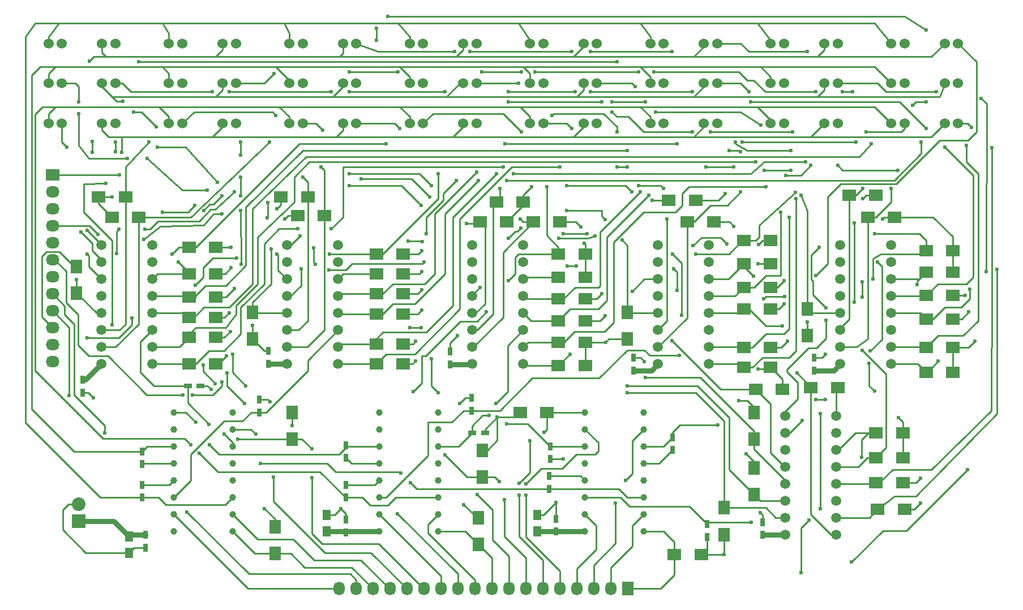
<source format=gbr>
G04 #@! TF.FileFunction,Copper,L1,Top,Signal*
%FSLAX46Y46*%
G04 Gerber Fmt 4.6, Leading zero omitted, Abs format (unit mm)*
G04 Created by KiCad (PCBNEW 4.0.4-stable) date Wednesday, November 08, 2017 'PMt' 04:38:46 PM*
%MOMM*%
%LPD*%
G01*
G04 APERTURE LIST*
%ADD10C,0.100000*%
%ADD11C,1.500000*%
%ADD12R,0.750000X1.200000*%
%ADD13R,1.200000X0.750000*%
%ADD14R,1.250000X1.500000*%
%ADD15C,1.524000*%
%ADD16R,2.032000X2.032000*%
%ADD17O,2.032000X2.032000*%
%ADD18R,2.000000X1.700000*%
%ADD19R,1.700000X2.000000*%
%ADD20C,1.000000*%
%ADD21R,1.727200X2.032000*%
%ADD22O,1.727200X2.032000*%
%ADD23R,2.032000X1.727200*%
%ADD24O,2.032000X1.727200*%
%ADD25C,0.600000*%
%ADD26C,0.750000*%
%ADD27C,0.250000*%
G04 APERTURE END LIST*
D10*
D11*
X128750000Y-104500000D03*
X128750000Y-101960000D03*
X128750000Y-99420000D03*
X128750000Y-96880000D03*
X128750000Y-94340000D03*
X128750000Y-91800000D03*
X128750000Y-89260000D03*
X128750000Y-86720000D03*
X121130000Y-86720000D03*
X121130000Y-89260000D03*
X121130000Y-91800000D03*
X121130000Y-94340000D03*
X121130000Y-96880000D03*
X121130000Y-99420000D03*
X121130000Y-101960000D03*
X121130000Y-104500000D03*
D12*
X118400000Y-104450000D03*
X118400000Y-102550000D03*
X145500000Y-104510000D03*
X145500000Y-102610000D03*
X173000000Y-105450000D03*
X173000000Y-103550000D03*
X200000000Y-105450000D03*
X200000000Y-103550000D03*
X192300000Y-130050000D03*
X192300000Y-128150000D03*
X99500000Y-124450000D03*
X99500000Y-122550000D03*
D13*
X106300000Y-107750000D03*
X108200000Y-107750000D03*
D12*
X90600000Y-106850000D03*
X90600000Y-108750000D03*
X117000000Y-111700000D03*
X117000000Y-109800000D03*
X99500000Y-117550000D03*
X99500000Y-119450000D03*
X130000000Y-124450000D03*
X130000000Y-122550000D03*
D13*
X148850000Y-114800000D03*
X150750000Y-114800000D03*
D12*
X148750000Y-111450000D03*
X148750000Y-109550000D03*
X130000000Y-116650000D03*
X130000000Y-118550000D03*
X160400000Y-123150000D03*
X160400000Y-121250000D03*
X178800000Y-115450000D03*
X178800000Y-117350000D03*
X184000000Y-128450000D03*
X184000000Y-130350000D03*
X160500000Y-116800000D03*
X160500000Y-118700000D03*
X100000000Y-130050000D03*
X100000000Y-131950000D03*
D14*
X97500000Y-130250000D03*
X97500000Y-132750000D03*
D12*
X130000000Y-129650000D03*
X130000000Y-127750000D03*
D14*
X127100000Y-129550000D03*
X127100000Y-127050000D03*
D12*
X161400000Y-129550000D03*
X161400000Y-127650000D03*
D14*
X158600000Y-129550000D03*
X158600000Y-127050000D03*
D15*
X85500000Y-62500000D03*
X87500000Y-62500000D03*
X103500000Y-62500000D03*
X105500000Y-62500000D03*
X121500000Y-62500000D03*
X123500000Y-62500000D03*
X139500000Y-62500000D03*
X141500000Y-62500000D03*
X157500000Y-62500000D03*
X159500000Y-62500000D03*
X175500000Y-62500000D03*
X177500000Y-62500000D03*
X193500000Y-62500000D03*
X195500000Y-62500000D03*
X211500000Y-62500000D03*
X213500000Y-62500000D03*
X85500000Y-68500000D03*
X87500000Y-68500000D03*
X103500000Y-68500000D03*
X105500000Y-68500000D03*
X121500000Y-68500000D03*
X123500000Y-68500000D03*
X139500000Y-68500000D03*
X141500000Y-68500000D03*
X157500000Y-68500000D03*
X159500000Y-68500000D03*
X175500000Y-68500000D03*
X177500000Y-68500000D03*
X193500000Y-68500000D03*
X195500000Y-68500000D03*
X211500000Y-68500000D03*
X213500000Y-68500000D03*
X93500000Y-56500000D03*
X95500000Y-56500000D03*
X111500000Y-56500000D03*
X113500000Y-56500000D03*
X129500000Y-56500000D03*
X131500000Y-56500000D03*
X147500000Y-56500000D03*
X149500000Y-56500000D03*
X165500000Y-56500000D03*
X167500000Y-56500000D03*
X183500000Y-56500000D03*
X185500000Y-56500000D03*
X201500000Y-56500000D03*
X203500000Y-56500000D03*
X219500000Y-56500000D03*
X221500000Y-56500000D03*
X93500000Y-62500000D03*
X95500000Y-62500000D03*
X111500000Y-62500000D03*
X113500000Y-62500000D03*
X129500000Y-62500000D03*
X131500000Y-62500000D03*
X147500000Y-62500000D03*
X149500000Y-62500000D03*
X165500000Y-62500000D03*
X167500000Y-62500000D03*
X183500000Y-62500000D03*
X185500000Y-62500000D03*
X201500000Y-62500000D03*
X203500000Y-62500000D03*
X219500000Y-62500000D03*
X221500000Y-62500000D03*
X93500000Y-68500000D03*
X95500000Y-68500000D03*
X111500000Y-68500000D03*
X113500000Y-68500000D03*
X129500000Y-68500000D03*
X131500000Y-68500000D03*
X147500000Y-68500000D03*
X149500000Y-68500000D03*
X165500000Y-68500000D03*
X167500000Y-68500000D03*
X183500000Y-68500000D03*
X185500000Y-68500000D03*
X201500000Y-68500000D03*
X203500000Y-68500000D03*
X219500000Y-68500000D03*
X221500000Y-68500000D03*
X85500000Y-56500000D03*
X87500000Y-56500000D03*
X103500000Y-56500000D03*
X105500000Y-56500000D03*
X121500000Y-56500000D03*
X123500000Y-56500000D03*
X139500000Y-56500000D03*
X141500000Y-56500000D03*
X157500000Y-56500000D03*
X159500000Y-56500000D03*
X175500000Y-56500000D03*
X177500000Y-56500000D03*
X193500000Y-56500000D03*
X195500000Y-56500000D03*
X211500000Y-56500000D03*
X213500000Y-56500000D03*
D16*
X90000000Y-128000000D03*
D17*
X90000000Y-125460000D03*
D18*
X134500000Y-91000000D03*
X138500000Y-91000000D03*
X161750000Y-91500000D03*
X165750000Y-91500000D03*
X189500000Y-89500000D03*
X193500000Y-89500000D03*
X216750000Y-90750000D03*
X220750000Y-90750000D03*
X209250000Y-114750000D03*
X213250000Y-114750000D03*
X106500000Y-91000000D03*
X110500000Y-91000000D03*
D19*
X119380000Y-132810000D03*
X119380000Y-128810000D03*
X121900000Y-115700000D03*
X121900000Y-111700000D03*
X149800000Y-131500000D03*
X149800000Y-127500000D03*
X150400000Y-121400000D03*
X150400000Y-117400000D03*
D18*
X179100000Y-133000000D03*
X183100000Y-133000000D03*
X160000000Y-111750000D03*
X156000000Y-111750000D03*
D19*
X116000000Y-96750000D03*
X116000000Y-100750000D03*
D18*
X124250000Y-79500000D03*
X120250000Y-79500000D03*
X126750000Y-82250000D03*
X122750000Y-82250000D03*
X134500000Y-88000000D03*
X138500000Y-88000000D03*
X134500000Y-104500000D03*
X138500000Y-104500000D03*
X134500000Y-94000000D03*
X138500000Y-94000000D03*
X134500000Y-101500000D03*
X138500000Y-101500000D03*
X134500000Y-97000000D03*
X138500000Y-97000000D03*
X150000000Y-83250000D03*
X154000000Y-83250000D03*
X152500000Y-80250000D03*
X156500000Y-80250000D03*
X158000000Y-83250000D03*
X162000000Y-83250000D03*
X161750000Y-88000000D03*
X165750000Y-88000000D03*
X161750000Y-104750000D03*
X165750000Y-104750000D03*
X161750000Y-94750000D03*
X165750000Y-94750000D03*
X161750000Y-101250000D03*
X165750000Y-101250000D03*
X161750000Y-98000000D03*
X165750000Y-98000000D03*
D19*
X172000000Y-96750000D03*
X172000000Y-100750000D03*
D18*
X178250000Y-80000000D03*
X182250000Y-80000000D03*
X181000000Y-83250000D03*
X185000000Y-83250000D03*
X189500000Y-86000000D03*
X193500000Y-86000000D03*
X189500000Y-105000000D03*
X193500000Y-105000000D03*
X189500000Y-93000000D03*
X193500000Y-93000000D03*
X189500000Y-102000000D03*
X193500000Y-102000000D03*
X189500000Y-96250000D03*
X193500000Y-96250000D03*
D19*
X199000000Y-96250000D03*
X199000000Y-100250000D03*
D18*
X205250000Y-79250000D03*
X209250000Y-79250000D03*
X208000000Y-82500000D03*
X212000000Y-82500000D03*
X216750000Y-87500000D03*
X220750000Y-87500000D03*
X216750000Y-105750000D03*
X220750000Y-105750000D03*
X216750000Y-94250000D03*
X220750000Y-94250000D03*
X216750000Y-102000000D03*
X220750000Y-102000000D03*
X216750000Y-97750000D03*
X220750000Y-97750000D03*
D19*
X191000000Y-115750000D03*
X191000000Y-111750000D03*
X191000000Y-124000000D03*
X191000000Y-120000000D03*
X186500000Y-126000000D03*
X186500000Y-130000000D03*
D18*
X191250000Y-108250000D03*
X195250000Y-108250000D03*
X199500000Y-108000000D03*
X203500000Y-108000000D03*
X209250000Y-118500000D03*
X213250000Y-118500000D03*
X209500000Y-126250000D03*
X213500000Y-126250000D03*
X209250000Y-122250000D03*
X213250000Y-122250000D03*
D19*
X89700000Y-93900000D03*
X89700000Y-89900000D03*
D18*
X97000000Y-79500000D03*
X93000000Y-79500000D03*
X99000000Y-82500000D03*
X95000000Y-82500000D03*
X106500000Y-87000000D03*
X110500000Y-87000000D03*
X106500000Y-104500000D03*
X110500000Y-104500000D03*
X106500000Y-94500000D03*
X110500000Y-94500000D03*
X106500000Y-100500000D03*
X110500000Y-100500000D03*
X106500000Y-97500000D03*
X110500000Y-97500000D03*
D11*
X156500000Y-104500000D03*
X156500000Y-101960000D03*
X156500000Y-99420000D03*
X156500000Y-96880000D03*
X156500000Y-94340000D03*
X156500000Y-91800000D03*
X156500000Y-89260000D03*
X156500000Y-86720000D03*
X148880000Y-86720000D03*
X148880000Y-89260000D03*
X148880000Y-91800000D03*
X148880000Y-94340000D03*
X148880000Y-96880000D03*
X148880000Y-99420000D03*
X148880000Y-101960000D03*
X148880000Y-104500000D03*
X184250000Y-104500000D03*
X184250000Y-101960000D03*
X184250000Y-99420000D03*
X184250000Y-96880000D03*
X184250000Y-94340000D03*
X184250000Y-91800000D03*
X184250000Y-89260000D03*
X184250000Y-86720000D03*
X176630000Y-86720000D03*
X176630000Y-89260000D03*
X176630000Y-91800000D03*
X176630000Y-94340000D03*
X176630000Y-96880000D03*
X176630000Y-99420000D03*
X176630000Y-101960000D03*
X176630000Y-104500000D03*
X211500000Y-104500000D03*
X211500000Y-101960000D03*
X211500000Y-99420000D03*
X211500000Y-96880000D03*
X211500000Y-94340000D03*
X211500000Y-91800000D03*
X211500000Y-89260000D03*
X211500000Y-86720000D03*
X203880000Y-86720000D03*
X203880000Y-89260000D03*
X203880000Y-91800000D03*
X203880000Y-94340000D03*
X203880000Y-96880000D03*
X203880000Y-99420000D03*
X203880000Y-101960000D03*
X203880000Y-104500000D03*
X203250000Y-130000000D03*
X203250000Y-127460000D03*
X203250000Y-124920000D03*
X203250000Y-122380000D03*
X203250000Y-119840000D03*
X203250000Y-117300000D03*
X203250000Y-114760000D03*
X203250000Y-112220000D03*
X195630000Y-112220000D03*
X195630000Y-114760000D03*
X195630000Y-117300000D03*
X195630000Y-119840000D03*
X195630000Y-122380000D03*
X195630000Y-124920000D03*
X195630000Y-127460000D03*
X195630000Y-130000000D03*
X101000000Y-104500000D03*
X101000000Y-101960000D03*
X101000000Y-99420000D03*
X101000000Y-96880000D03*
X101000000Y-94340000D03*
X101000000Y-91800000D03*
X101000000Y-89260000D03*
X101000000Y-86720000D03*
X93380000Y-86720000D03*
X93380000Y-89260000D03*
X93380000Y-91800000D03*
X93380000Y-94340000D03*
X93380000Y-96880000D03*
X93380000Y-99420000D03*
X93380000Y-101960000D03*
X93380000Y-104500000D03*
D20*
X113000000Y-129500000D03*
X113000000Y-126960000D03*
X113000000Y-124420000D03*
X113000000Y-121880000D03*
X113000000Y-119340000D03*
X113000000Y-116800000D03*
X113000000Y-114260000D03*
X113000000Y-111720000D03*
X104200000Y-111720000D03*
X104200000Y-114260000D03*
X104200000Y-116800000D03*
X104200000Y-119340000D03*
X104200000Y-121880000D03*
X104200000Y-124420000D03*
X104200000Y-126960000D03*
X104200000Y-129500000D03*
X143750000Y-129500000D03*
X143750000Y-126960000D03*
X143750000Y-124420000D03*
X143750000Y-121880000D03*
X143750000Y-119340000D03*
X143750000Y-116800000D03*
X143750000Y-114260000D03*
X143750000Y-111720000D03*
X134950000Y-111720000D03*
X134950000Y-114260000D03*
X134950000Y-116800000D03*
X134950000Y-119340000D03*
X134950000Y-121880000D03*
X134950000Y-124420000D03*
X134950000Y-126960000D03*
X134950000Y-129500000D03*
X174500000Y-129500000D03*
X174500000Y-126960000D03*
X174500000Y-124420000D03*
X174500000Y-121880000D03*
X174500000Y-119340000D03*
X174500000Y-116800000D03*
X174500000Y-114260000D03*
X174500000Y-111720000D03*
X165700000Y-111720000D03*
X165700000Y-114260000D03*
X165700000Y-116800000D03*
X165700000Y-119340000D03*
X165700000Y-121880000D03*
X165700000Y-124420000D03*
X165700000Y-126960000D03*
X165700000Y-129500000D03*
D21*
X172100000Y-138100000D03*
D22*
X169560000Y-138100000D03*
X167020000Y-138100000D03*
X164480000Y-138100000D03*
X161940000Y-138100000D03*
X159400000Y-138100000D03*
X156860000Y-138100000D03*
X154320000Y-138100000D03*
X151780000Y-138100000D03*
X149240000Y-138100000D03*
X146700000Y-138100000D03*
X144160000Y-138100000D03*
X141620000Y-138100000D03*
X139080000Y-138100000D03*
X136540000Y-138100000D03*
X134000000Y-138100000D03*
X131460000Y-138100000D03*
X128920000Y-138100000D03*
D23*
X86100000Y-76200000D03*
D24*
X86100000Y-78740000D03*
X86100000Y-81280000D03*
X86100000Y-83820000D03*
X86100000Y-86360000D03*
X86100000Y-88900000D03*
X86100000Y-91440000D03*
X86100000Y-93980000D03*
X86100000Y-96520000D03*
X86100000Y-99060000D03*
X86100000Y-101600000D03*
X86100000Y-104140000D03*
D25*
X157700000Y-78000000D03*
X186700000Y-79000000D03*
X188000000Y-83900000D03*
X191700000Y-86600000D03*
X191600000Y-89500000D03*
X195500000Y-92000000D03*
X195500000Y-95500000D03*
X196000000Y-101100000D03*
X191600000Y-105200000D03*
X165100000Y-84000000D03*
X165600000Y-86400000D03*
X168200000Y-94000000D03*
X168700000Y-97300000D03*
X174600000Y-104100000D03*
X168800000Y-101200000D03*
X199000000Y-98200000D03*
X201700000Y-103000000D03*
X207300000Y-79700000D03*
X210200000Y-82800000D03*
X222600000Y-94200000D03*
X223100000Y-96700000D03*
X224000000Y-101100000D03*
X212600000Y-112500000D03*
X215900000Y-121600000D03*
X215900000Y-125300000D03*
X188700000Y-110000000D03*
X189800000Y-117900000D03*
X191900000Y-126700000D03*
X186500000Y-133000000D03*
X92200000Y-109500000D03*
X161400000Y-125200000D03*
X147600000Y-125500000D03*
X162500000Y-118700000D03*
X152600000Y-112400000D03*
X147000000Y-110400000D03*
X146600000Y-100200000D03*
X141300000Y-87500000D03*
X141300000Y-90700000D03*
X141300000Y-93400000D03*
X141300000Y-96400000D03*
X140400000Y-104000000D03*
X140400000Y-101100000D03*
X129200000Y-126100000D03*
X117800000Y-126100000D03*
X121900000Y-113700000D03*
X118600000Y-110100000D03*
X116000000Y-98700000D03*
X112100000Y-103300000D03*
X109800000Y-108300000D03*
X112700000Y-99600000D03*
X112500000Y-96800000D03*
X113300000Y-93200000D03*
X112800000Y-90100000D03*
X112800000Y-87000000D03*
X119600000Y-81300000D03*
X120800000Y-82800000D03*
X95000000Y-79500000D03*
X104900000Y-89200000D03*
X92900000Y-85100000D03*
X107400000Y-92700000D03*
X98000000Y-97600000D03*
X91300000Y-100600000D03*
X113650000Y-88600000D03*
X128750000Y-91800000D03*
X156900000Y-122400000D03*
X156900000Y-124100000D03*
X140000000Y-108600000D03*
X111400000Y-107200000D03*
X107000000Y-109100000D03*
X105600000Y-109100000D03*
X151000000Y-96700000D03*
X171800000Y-121900000D03*
X170300000Y-125300000D03*
X198000000Y-135700000D03*
X199200000Y-127800000D03*
X200900000Y-126100000D03*
X200900000Y-111900000D03*
X190900000Y-91300000D03*
X93900000Y-114800000D03*
X205600000Y-134100000D03*
X222900000Y-120300000D03*
X215400000Y-92600000D03*
X88600000Y-109200000D03*
X207100000Y-118400000D03*
X137700000Y-126900000D03*
X207200000Y-92150000D03*
X207150000Y-94500000D03*
X208200000Y-104400000D03*
X209000000Y-108550000D03*
X195600000Y-94400000D03*
X192450000Y-94700000D03*
X179500000Y-93450000D03*
X179000000Y-90250000D03*
X163100000Y-89800000D03*
X172800000Y-93600000D03*
X164450000Y-89800000D03*
X141250000Y-99000000D03*
X139500000Y-99000000D03*
X119650000Y-88000000D03*
X111400000Y-82050000D03*
X99750000Y-85800000D03*
X91250000Y-88000000D03*
X149600000Y-124000000D03*
X198200000Y-112900000D03*
X200250000Y-109800000D03*
X201700000Y-109800000D03*
X208350000Y-102550000D03*
X209450000Y-89250000D03*
X181900000Y-86800000D03*
X186950000Y-86500000D03*
X167250000Y-85300000D03*
X161800000Y-85700000D03*
X125100000Y-87100000D03*
X125400000Y-89600000D03*
X127450000Y-90400000D03*
X141650000Y-89250000D03*
X113250000Y-78700000D03*
X95650000Y-87950000D03*
X96050000Y-84300000D03*
X99900000Y-84300000D03*
X90350000Y-84700000D03*
X200750000Y-87050000D03*
X201750000Y-96050000D03*
X201750000Y-97900000D03*
X154250000Y-85650000D03*
X156150000Y-84100000D03*
X163000000Y-81500000D03*
X168750000Y-82900000D03*
X123100000Y-85350000D03*
X139250000Y-86050000D03*
X141400000Y-86150000D03*
X111450000Y-79300000D03*
X118200000Y-82600000D03*
X118250000Y-80300000D03*
X107350000Y-80750000D03*
X108700000Y-81500000D03*
X102500000Y-81800000D03*
X96100000Y-76200000D03*
X91250000Y-84500000D03*
X106200000Y-126600000D03*
X119100000Y-121400000D03*
X116500000Y-115000000D03*
X118750000Y-87250000D03*
X90000000Y-65250000D03*
X90000000Y-67000000D03*
X97250000Y-73750000D03*
X100250000Y-73750000D03*
X109250000Y-78500000D03*
X123500000Y-76500000D03*
X126250000Y-75000000D03*
X143750000Y-76000000D03*
X123250000Y-90250000D03*
X127500000Y-88000000D03*
X162000000Y-75000000D03*
X179500000Y-71500000D03*
X153750000Y-71500000D03*
X149500000Y-75750000D03*
X198750000Y-74250000D03*
X155000000Y-76000000D03*
X152500000Y-76000000D03*
X216000000Y-71250000D03*
X154000000Y-77000000D03*
X149750000Y-77000000D03*
X108000000Y-117800000D03*
X106800000Y-116600000D03*
X148000000Y-83500000D03*
X141250000Y-80750000D03*
X130500000Y-77750000D03*
X110750000Y-77250000D03*
X101750000Y-72000000D03*
X88250000Y-72000000D03*
X153000000Y-78250000D03*
X142750000Y-77750000D03*
X130500000Y-76000000D03*
X119500000Y-67250000D03*
X156000000Y-82750000D03*
X142500000Y-79500000D03*
X132250000Y-76750000D03*
X126500000Y-69500000D03*
X156250000Y-69750000D03*
X160000000Y-78000000D03*
X150000000Y-93000000D03*
X154250000Y-92000000D03*
X163750000Y-69250000D03*
X163500000Y-103000000D03*
X174000000Y-78750000D03*
X192750000Y-78000000D03*
X207750000Y-69750000D03*
X206250000Y-71250000D03*
X189250000Y-71250000D03*
X175250000Y-79250000D03*
X91600000Y-59200000D03*
X92000000Y-71200000D03*
X92000000Y-72800000D03*
X109600000Y-116600000D03*
X99000000Y-59250000D03*
X170500000Y-59250000D03*
X171250000Y-85950000D03*
X163000000Y-77750000D03*
X172750000Y-78750000D03*
X178000000Y-82750000D03*
X175750000Y-80000000D03*
X189000000Y-78750000D03*
X188000000Y-75000000D03*
X183800000Y-75000000D03*
X178750000Y-57750000D03*
X166500000Y-57750000D03*
X163750000Y-57750000D03*
X148500000Y-57750000D03*
X146250000Y-57750000D03*
X154250000Y-63750000D03*
X164250000Y-63750000D03*
X166500000Y-63750000D03*
X181750000Y-63750000D03*
X188250000Y-71250000D03*
X197200000Y-78800000D03*
X196500000Y-72500000D03*
X182250000Y-88000000D03*
X169750000Y-65250000D03*
X174750000Y-65250000D03*
X176250000Y-66750000D03*
X192000000Y-68750000D03*
X192500000Y-75500000D03*
X196500000Y-75500000D03*
X197250000Y-79750000D03*
X195000000Y-81750000D03*
X195750000Y-76250000D03*
X199500000Y-74750000D03*
X199000000Y-57750000D03*
X196250000Y-82500000D03*
X200250000Y-91250000D03*
X195250000Y-98750000D03*
X96600000Y-65200000D03*
X139600000Y-122200000D03*
X138200000Y-120800000D03*
X117200000Y-119400000D03*
X114800000Y-110400000D03*
X112200000Y-105800000D03*
X98200000Y-66800000D03*
X101600000Y-69000000D03*
X196750000Y-69750000D03*
X184500000Y-69750000D03*
X181750000Y-69750000D03*
X169750000Y-66750000D03*
X168250000Y-65250000D03*
X154250000Y-65250000D03*
X144750000Y-63750000D03*
X130500000Y-63750000D03*
X127750000Y-63750000D03*
X112500000Y-63750000D03*
X110000000Y-63750000D03*
X198000000Y-79250000D03*
X205750000Y-63750000D03*
X204250000Y-63750000D03*
X200250000Y-63750000D03*
X176000000Y-60750000D03*
X173750000Y-60750000D03*
X158250000Y-60750000D03*
X156250000Y-60750000D03*
X150250000Y-60750000D03*
X137750000Y-60750000D03*
X130500000Y-60750000D03*
X119250000Y-61000000D03*
X207250000Y-78250000D03*
X134500000Y-54250000D03*
X216750000Y-54500000D03*
X216750000Y-65250000D03*
X214750000Y-65750000D03*
X211500000Y-78250000D03*
X136250000Y-52500000D03*
X134500000Y-56000000D03*
X155750000Y-62500000D03*
X160750000Y-67250000D03*
X170500000Y-69750000D03*
X170500000Y-75000000D03*
X209000000Y-85000000D03*
X172000000Y-75000000D03*
X208750000Y-91750000D03*
X173750000Y-77750000D03*
X218500000Y-104000000D03*
X177500000Y-78250000D03*
X173250000Y-63000000D03*
X219500000Y-72000000D03*
X216750000Y-69250000D03*
X190500000Y-65250000D03*
X190250000Y-63750000D03*
X218250000Y-63750000D03*
X222750000Y-71750000D03*
X225000000Y-64750000D03*
X225700000Y-90700000D03*
X223250000Y-93250000D03*
X154000000Y-113400000D03*
X96400000Y-72800000D03*
X108600000Y-104600000D03*
X110400000Y-107400000D03*
X94100000Y-77450000D03*
X174750000Y-106500000D03*
X95000000Y-98650000D03*
X95500000Y-71250000D03*
X95500000Y-72750000D03*
X172000000Y-107750000D03*
X115000000Y-107750000D03*
X113000000Y-103000000D03*
X114300000Y-89550000D03*
X114250000Y-81500000D03*
X114250000Y-79300000D03*
X114250000Y-71250000D03*
X114250000Y-73250000D03*
X114250000Y-76500000D03*
X138000000Y-69250000D03*
X142750000Y-103700000D03*
X143750000Y-108750000D03*
X172000000Y-108750000D03*
X178750000Y-101000000D03*
X166000000Y-85000000D03*
X162500000Y-85000000D03*
X142000000Y-85000000D03*
X146500000Y-77000000D03*
X197400000Y-105800000D03*
X180200000Y-97200000D03*
X178800000Y-88000000D03*
X189000000Y-72750000D03*
X187250000Y-72500000D03*
X207200000Y-102400000D03*
X206000000Y-95200000D03*
X206000000Y-83400000D03*
X227300000Y-90300000D03*
X212500000Y-75500000D03*
X203500000Y-74750000D03*
X223500000Y-69100000D03*
X226600000Y-72100000D03*
X89700000Y-91850000D03*
X100500000Y-71250000D03*
X118500000Y-71250000D03*
X136000000Y-71500000D03*
X104000000Y-88000000D03*
X153500000Y-75000000D03*
X127750000Y-84250000D03*
X122750000Y-84250000D03*
X172000000Y-72500000D03*
X191250000Y-74250000D03*
X208500000Y-71500000D03*
X151400000Y-112200000D03*
X152400000Y-110400000D03*
X179800000Y-103200000D03*
X185600000Y-113600000D03*
X190600000Y-128200000D03*
X109500000Y-113500000D03*
X111750000Y-115000000D03*
X107500000Y-113200000D03*
X113800000Y-115700000D03*
X124900000Y-121500000D03*
X124900000Y-117200000D03*
X144800000Y-118100000D03*
X152900000Y-122100000D03*
X153700000Y-124800000D03*
X159600000Y-114700000D03*
X157500000Y-116000000D03*
X155900000Y-122300000D03*
X155900000Y-124100000D03*
D26*
X173000000Y-105450000D02*
X175680000Y-105450000D01*
X175680000Y-105450000D02*
X176630000Y-104500000D01*
X200000000Y-105450000D02*
X202930000Y-105450000D01*
X202930000Y-105450000D02*
X203880000Y-104500000D01*
X192300000Y-130050000D02*
X195580000Y-130050000D01*
X195580000Y-130050000D02*
X195630000Y-130000000D01*
X90600000Y-106850000D02*
X91030000Y-106850000D01*
X91030000Y-106850000D02*
X93380000Y-104500000D01*
X158600000Y-129550000D02*
X161400000Y-129550000D01*
X165700000Y-129500000D02*
X161450000Y-129500000D01*
X161450000Y-129500000D02*
X161400000Y-129550000D01*
X145500000Y-104510000D02*
X148870000Y-104510000D01*
X148870000Y-104510000D02*
X148880000Y-104500000D01*
X134950000Y-129500000D02*
X130150000Y-129500000D01*
X130150000Y-129500000D02*
X130000000Y-129650000D01*
X127100000Y-129550000D02*
X129900000Y-129550000D01*
X129900000Y-129550000D02*
X130000000Y-129650000D01*
X121130000Y-104500000D02*
X118450000Y-104500000D01*
X118450000Y-104500000D02*
X118400000Y-104450000D01*
X100000000Y-130050000D02*
X97700000Y-130050000D01*
X97700000Y-130050000D02*
X97500000Y-130250000D01*
X90000000Y-128000000D02*
X95250000Y-128000000D01*
X95250000Y-128000000D02*
X97300000Y-130050000D01*
D27*
X99800000Y-130250000D02*
X100000000Y-130050000D01*
X156500000Y-80250000D02*
X156500000Y-79200000D01*
X156500000Y-79200000D02*
X157700000Y-78000000D01*
X156500000Y-80250000D02*
X156500000Y-80750000D01*
X156500000Y-80750000D02*
X154000000Y-83250000D01*
X182250000Y-80000000D02*
X185700000Y-80000000D01*
X185700000Y-80000000D02*
X186700000Y-79000000D01*
X185000000Y-83250000D02*
X187350000Y-83250000D01*
X187350000Y-83250000D02*
X188000000Y-83900000D01*
X193500000Y-86000000D02*
X192300000Y-86000000D01*
X192300000Y-86000000D02*
X191700000Y-86600000D01*
X193500000Y-89500000D02*
X191600000Y-89500000D01*
X193500000Y-93000000D02*
X194500000Y-93000000D01*
X194500000Y-93000000D02*
X195500000Y-92000000D01*
X193500000Y-96250000D02*
X194750000Y-96250000D01*
X194750000Y-96250000D02*
X195500000Y-95500000D01*
X193500000Y-102000000D02*
X195100000Y-102000000D01*
X195100000Y-102000000D02*
X196000000Y-101100000D01*
X195250000Y-108250000D02*
X195250000Y-106750000D01*
X195250000Y-106750000D02*
X193700000Y-105200000D01*
X193700000Y-105200000D02*
X191600000Y-105200000D01*
X165750000Y-91500000D02*
X165750000Y-88000000D01*
X164350000Y-83250000D02*
X165100000Y-84000000D01*
X162000000Y-83250000D02*
X164350000Y-83250000D01*
X165750000Y-86550000D02*
X165750000Y-88000000D01*
X165600000Y-86400000D02*
X165750000Y-86550000D01*
X165750000Y-94750000D02*
X167450000Y-94750000D01*
X167450000Y-94750000D02*
X168200000Y-94000000D01*
X165750000Y-98000000D02*
X168000000Y-98000000D01*
X168000000Y-98000000D02*
X168700000Y-97300000D01*
X173000000Y-103550000D02*
X174050000Y-103550000D01*
X174050000Y-103550000D02*
X174600000Y-104100000D01*
X172000000Y-100750000D02*
X169250000Y-100750000D01*
X168800000Y-101200000D02*
X165800000Y-101200000D01*
X169250000Y-100750000D02*
X168800000Y-101200000D01*
X165750000Y-104750000D02*
X165750000Y-101250000D01*
X165750000Y-101250000D02*
X165800000Y-101200000D01*
X199000000Y-100250000D02*
X199000000Y-98200000D01*
X200000000Y-103550000D02*
X201150000Y-103550000D01*
X201150000Y-103550000D02*
X201700000Y-103000000D01*
X209250000Y-79250000D02*
X207750000Y-79250000D01*
X207750000Y-79250000D02*
X207300000Y-79700000D01*
X212000000Y-82500000D02*
X210500000Y-82500000D01*
X210500000Y-82500000D02*
X210200000Y-82800000D01*
X220750000Y-87500000D02*
X220750000Y-85450000D01*
X217800000Y-82500000D02*
X212000000Y-82500000D01*
X220750000Y-85450000D02*
X217800000Y-82500000D01*
X220750000Y-90750000D02*
X220750000Y-87500000D01*
X220750000Y-94250000D02*
X222550000Y-94250000D01*
X222550000Y-94250000D02*
X222600000Y-94200000D01*
X220750000Y-97750000D02*
X222050000Y-97750000D01*
X222050000Y-97750000D02*
X223100000Y-96700000D01*
X220750000Y-102000000D02*
X223100000Y-102000000D01*
X223100000Y-102000000D02*
X224000000Y-101100000D01*
X220750000Y-105750000D02*
X220750000Y-102000000D01*
X213250000Y-114750000D02*
X213250000Y-113150000D01*
X213250000Y-113150000D02*
X212600000Y-112500000D01*
X213250000Y-118500000D02*
X213250000Y-114750000D01*
X213250000Y-122250000D02*
X215250000Y-122250000D01*
X215250000Y-122250000D02*
X215900000Y-121600000D01*
X213500000Y-126250000D02*
X214950000Y-126250000D01*
X214950000Y-126250000D02*
X215900000Y-125300000D01*
X203250000Y-112220000D02*
X203250000Y-108250000D01*
X203250000Y-108250000D02*
X203500000Y-108000000D01*
X191000000Y-111750000D02*
X191000000Y-111000000D01*
X191000000Y-111000000D02*
X190000000Y-110000000D01*
X190000000Y-110000000D02*
X188700000Y-110000000D01*
X191000000Y-120000000D02*
X191000000Y-119100000D01*
X191000000Y-119100000D02*
X189800000Y-117900000D01*
X174500000Y-119340000D02*
X176810000Y-119340000D01*
X176810000Y-119340000D02*
X178800000Y-117350000D01*
X192300000Y-128150000D02*
X192300000Y-127100000D01*
X192300000Y-127100000D02*
X191900000Y-126700000D01*
X184000000Y-130350000D02*
X184000000Y-132100000D01*
X184000000Y-132100000D02*
X183100000Y-133000000D01*
X186500000Y-130000000D02*
X186500000Y-133000000D01*
X186500000Y-133000000D02*
X183100000Y-133000000D01*
X90600000Y-108750000D02*
X91450000Y-108750000D01*
X91450000Y-108750000D02*
X92200000Y-109500000D01*
X161400000Y-127650000D02*
X161400000Y-125200000D01*
X159550000Y-127050000D02*
X161400000Y-125200000D01*
X159550000Y-127050000D02*
X158600000Y-127050000D01*
X149800000Y-127500000D02*
X149600000Y-127500000D01*
X149600000Y-127500000D02*
X147600000Y-125500000D01*
X160400000Y-121250000D02*
X165070000Y-121250000D01*
X165070000Y-121250000D02*
X165700000Y-121880000D01*
X160500000Y-118700000D02*
X162500000Y-118700000D01*
X152600000Y-112400000D02*
X152600000Y-115900000D01*
X152600000Y-115900000D02*
X151100000Y-117400000D01*
X151100000Y-117400000D02*
X150400000Y-117400000D01*
X155350000Y-112400000D02*
X152600000Y-112400000D01*
X150750000Y-114250000D02*
X152600000Y-112400000D01*
X150750000Y-114250000D02*
X150750000Y-114800000D01*
X155350000Y-112400000D02*
X156000000Y-111750000D01*
X148750000Y-109550000D02*
X147850000Y-109550000D01*
X147850000Y-109550000D02*
X147000000Y-110400000D01*
X145500000Y-102610000D02*
X145500000Y-101300000D01*
X145500000Y-101300000D02*
X146600000Y-100200000D01*
X138500000Y-88000000D02*
X140800000Y-88000000D01*
X140800000Y-88000000D02*
X141300000Y-87500000D01*
X138500000Y-91000000D02*
X141000000Y-91000000D01*
X141000000Y-91000000D02*
X141300000Y-90700000D01*
X138500000Y-94000000D02*
X140700000Y-94000000D01*
X140700000Y-94000000D02*
X141300000Y-93400000D01*
X138500000Y-97000000D02*
X140700000Y-97000000D01*
X140700000Y-97000000D02*
X141300000Y-96400000D01*
X138500000Y-104500000D02*
X139900000Y-104500000D01*
X139900000Y-104500000D02*
X140400000Y-104000000D01*
X138500000Y-101500000D02*
X140000000Y-101500000D01*
X140000000Y-101500000D02*
X140400000Y-101100000D01*
X134950000Y-119340000D02*
X130790000Y-119340000D01*
X130790000Y-119340000D02*
X130000000Y-118550000D01*
X130000000Y-122550000D02*
X134280000Y-122550000D01*
X134280000Y-122550000D02*
X134950000Y-121880000D01*
X130000000Y-127750000D02*
X130000000Y-126900000D01*
X128250000Y-127050000D02*
X129200000Y-126100000D01*
X128250000Y-127050000D02*
X127100000Y-127050000D01*
X130000000Y-126900000D02*
X129200000Y-126100000D01*
X119380000Y-128810000D02*
X119380000Y-127680000D01*
X119380000Y-127680000D02*
X117800000Y-126100000D01*
X121900000Y-111700000D02*
X121900000Y-113700000D01*
X117000000Y-109800000D02*
X118300000Y-109800000D01*
X118300000Y-109800000D02*
X118600000Y-110100000D01*
X116000000Y-100750000D02*
X116000000Y-98700000D01*
X118400000Y-102550000D02*
X117800000Y-102550000D01*
X117800000Y-102550000D02*
X116000000Y-100750000D01*
X110500000Y-104500000D02*
X110900000Y-104500000D01*
X110900000Y-104500000D02*
X112100000Y-103300000D01*
X108200000Y-107750000D02*
X109250000Y-107750000D01*
X109250000Y-107750000D02*
X109800000Y-108300000D01*
X110500000Y-100500000D02*
X111800000Y-100500000D01*
X111800000Y-100500000D02*
X112700000Y-99600000D01*
X110500000Y-97500000D02*
X111800000Y-97500000D01*
X111800000Y-97500000D02*
X112500000Y-96800000D01*
X110500000Y-94500000D02*
X112000000Y-94500000D01*
X112000000Y-94500000D02*
X113300000Y-93200000D01*
X110500000Y-91000000D02*
X111900000Y-91000000D01*
X111900000Y-91000000D02*
X112800000Y-90100000D01*
X110500000Y-87000000D02*
X112800000Y-87000000D01*
X122750000Y-82250000D02*
X121350000Y-82250000D01*
X120250000Y-80650000D02*
X120250000Y-79500000D01*
X119600000Y-81300000D02*
X120250000Y-80650000D01*
X121350000Y-82250000D02*
X120800000Y-82800000D01*
X93000000Y-79500000D02*
X95000000Y-79500000D01*
X93000000Y-79500000D02*
X93000000Y-80500000D01*
X93000000Y-80500000D02*
X95000000Y-82500000D01*
X89700000Y-89900000D02*
X89300000Y-89900000D01*
X89300000Y-89900000D02*
X87100000Y-87700000D01*
X87100000Y-87700000D02*
X85200000Y-87700000D01*
X85200000Y-87700000D02*
X84500000Y-88400000D01*
X84500000Y-88400000D02*
X84500000Y-97460000D01*
X84500000Y-97460000D02*
X86100000Y-99060000D01*
X97500000Y-132750000D02*
X91050000Y-132750000D01*
X88440000Y-125460000D02*
X87600000Y-126300000D01*
X87600000Y-126300000D02*
X87600000Y-129300000D01*
X87600000Y-129300000D02*
X91050000Y-132750000D01*
X88440000Y-125460000D02*
X90000000Y-125460000D01*
X100000000Y-131950000D02*
X98300000Y-131950000D01*
X98300000Y-131950000D02*
X97500000Y-132750000D01*
X99500000Y-122550000D02*
X103530000Y-122550000D01*
X103530000Y-122550000D02*
X104200000Y-121880000D01*
X113170000Y-122050000D02*
X113000000Y-121880000D01*
X104200000Y-119340000D02*
X99610000Y-119340000D01*
X99610000Y-119340000D02*
X99500000Y-119450000D01*
X86100000Y-83820000D02*
X91620000Y-83820000D01*
X104900000Y-89200000D02*
X106500000Y-90800000D01*
X91620000Y-83820000D02*
X92900000Y-85100000D01*
X106500000Y-90800000D02*
X106500000Y-91000000D01*
X106500000Y-91000000D02*
X101800000Y-91000000D01*
X101800000Y-91000000D02*
X101000000Y-91800000D01*
X164480000Y-138100000D02*
X164480000Y-135120000D01*
X167400000Y-128660000D02*
X165700000Y-126960000D01*
X167400000Y-132200000D02*
X167400000Y-128660000D01*
X164480000Y-135120000D02*
X167400000Y-132200000D01*
X113100000Y-88600000D02*
X113650000Y-88600000D01*
X110100000Y-88600000D02*
X113100000Y-88600000D01*
X108600000Y-90100000D02*
X110100000Y-88600000D01*
X108600000Y-91500000D02*
X108600000Y-90100000D01*
X107400000Y-92700000D02*
X108600000Y-91500000D01*
X98000000Y-98600000D02*
X98000000Y-97600000D01*
X96000000Y-100600000D02*
X98000000Y-98600000D01*
X91300000Y-100600000D02*
X96000000Y-100600000D01*
X134000000Y-91000000D02*
X134500000Y-91000000D01*
X134500000Y-91000000D02*
X129550000Y-91000000D01*
X129550000Y-91000000D02*
X128750000Y-91800000D01*
X161940000Y-138100000D02*
X161940000Y-135440000D01*
X167700000Y-116260000D02*
X165700000Y-114260000D01*
X167700000Y-117500000D02*
X167700000Y-116260000D01*
X167200000Y-118000000D02*
X167700000Y-117500000D01*
X164400000Y-118000000D02*
X167200000Y-118000000D01*
X162300000Y-120100000D02*
X164400000Y-118000000D01*
X159200000Y-120100000D02*
X162300000Y-120100000D01*
X156900000Y-122400000D02*
X159200000Y-120100000D01*
X156900000Y-130400000D02*
X156900000Y-124100000D01*
X161940000Y-135440000D02*
X156900000Y-130400000D01*
X161750000Y-91500000D02*
X156800000Y-91500000D01*
X156800000Y-91500000D02*
X156500000Y-91800000D01*
X141300000Y-103300000D02*
X141900000Y-103300000D01*
X141300000Y-107300000D02*
X141300000Y-103300000D01*
X140000000Y-108600000D02*
X141300000Y-107300000D01*
X111400000Y-107800000D02*
X111400000Y-107200000D01*
X110100000Y-109100000D02*
X111400000Y-107800000D01*
X107000000Y-109100000D02*
X110100000Y-109100000D01*
X100200000Y-109100000D02*
X105600000Y-109100000D01*
X94400000Y-103300000D02*
X100200000Y-109100000D01*
X91500000Y-103300000D02*
X94400000Y-103300000D01*
X89900000Y-101700000D02*
X91500000Y-103300000D01*
X89900000Y-97100000D02*
X89900000Y-101700000D01*
X88100000Y-95300000D02*
X89900000Y-97100000D01*
X88100000Y-90600000D02*
X88100000Y-95300000D01*
X86400000Y-88900000D02*
X88100000Y-90600000D01*
X149600000Y-98100000D02*
X151000000Y-96700000D01*
X147100000Y-98100000D02*
X149600000Y-98100000D01*
X141900000Y-103300000D02*
X147100000Y-98100000D01*
X86100000Y-88900000D02*
X86400000Y-88900000D01*
X167020000Y-138100000D02*
X167020000Y-134580000D01*
X172800000Y-115960000D02*
X174500000Y-114260000D01*
X172800000Y-120900000D02*
X172800000Y-115960000D01*
X171800000Y-121900000D02*
X172800000Y-120900000D01*
X170300000Y-131300000D02*
X170300000Y-125300000D01*
X167020000Y-134580000D02*
X170300000Y-131300000D01*
X198000000Y-129000000D02*
X198000000Y-135700000D01*
X199200000Y-127800000D02*
X198000000Y-129000000D01*
X200900000Y-111900000D02*
X200900000Y-126100000D01*
X189500000Y-89900000D02*
X190900000Y-91300000D01*
X189500000Y-89500000D02*
X189500000Y-89900000D01*
X184250000Y-91800000D02*
X187200000Y-91800000D01*
X187200000Y-91800000D02*
X189500000Y-89500000D01*
X169560000Y-138100000D02*
X169560000Y-134940000D01*
X172800000Y-128660000D02*
X174500000Y-126960000D01*
X172800000Y-131700000D02*
X172800000Y-128660000D01*
X169560000Y-134940000D02*
X172800000Y-131700000D01*
X89300000Y-109100000D02*
X93900000Y-113700000D01*
X93900000Y-113700000D02*
X93900000Y-114800000D01*
X215400000Y-92600000D02*
X215400000Y-92100000D01*
X87900000Y-95800000D02*
X87900000Y-97100000D01*
X87900000Y-97100000D02*
X89300000Y-98500000D01*
X89300000Y-98500000D02*
X89300000Y-109100000D01*
X205600000Y-134100000D02*
X210300000Y-129400000D01*
X210300000Y-129400000D02*
X213800000Y-129400000D01*
X213800000Y-129400000D02*
X222900000Y-120300000D01*
X86100000Y-94000000D02*
X87900000Y-95800000D01*
X215400000Y-92100000D02*
X215700000Y-91800000D01*
X86100000Y-93980000D02*
X86100000Y-94000000D01*
X211500000Y-91800000D02*
X215700000Y-91800000D01*
X215700000Y-91800000D02*
X216750000Y-90750000D01*
X144160000Y-138100000D02*
X144160000Y-136170000D01*
X144160000Y-136170000D02*
X134950000Y-126960000D01*
X203250000Y-117300000D02*
X203600000Y-117300000D01*
X203600000Y-117300000D02*
X206150000Y-114750000D01*
X206150000Y-114750000D02*
X209250000Y-114750000D01*
X86100000Y-96520000D02*
X86120000Y-96520000D01*
X86120000Y-96520000D02*
X88600000Y-99000000D01*
X88600000Y-99000000D02*
X88600000Y-109200000D01*
X207100000Y-118400000D02*
X207100000Y-115800000D01*
X207100000Y-115800000D02*
X208150000Y-114750000D01*
X208150000Y-114750000D02*
X209250000Y-114750000D01*
X146700000Y-138100000D02*
X146700000Y-135900000D01*
X146700000Y-135900000D02*
X137700000Y-126900000D01*
X207200000Y-94450000D02*
X207200000Y-92150000D01*
X207150000Y-94500000D02*
X207200000Y-94450000D01*
X208200000Y-107750000D02*
X208200000Y-104400000D01*
X209000000Y-108550000D02*
X208200000Y-107750000D01*
X192750000Y-94400000D02*
X195600000Y-94400000D01*
X192450000Y-94700000D02*
X192750000Y-94400000D01*
X179500000Y-90750000D02*
X179500000Y-93450000D01*
X179000000Y-90250000D02*
X179500000Y-90750000D01*
X163100000Y-89800000D02*
X164450000Y-89800000D01*
X174600000Y-91800000D02*
X176630000Y-91800000D01*
X172800000Y-93600000D02*
X174600000Y-91800000D01*
X139500000Y-99000000D02*
X141250000Y-99000000D01*
X119800000Y-90470000D02*
X121130000Y-91800000D01*
X119800000Y-88150000D02*
X119800000Y-90470000D01*
X119650000Y-88000000D02*
X119800000Y-88150000D01*
X110150000Y-82050000D02*
X111400000Y-82050000D01*
X108750000Y-83750000D02*
X110150000Y-82050000D01*
X102150000Y-83850000D02*
X108750000Y-83750000D01*
X99750000Y-85800000D02*
X102150000Y-83850000D01*
X91250000Y-88000000D02*
X91500000Y-88250000D01*
X91500000Y-88250000D02*
X91500000Y-89920000D01*
X91500000Y-89920000D02*
X93380000Y-91800000D01*
X154320000Y-138100000D02*
X154320000Y-133220000D01*
X151900000Y-126300000D02*
X149600000Y-124000000D01*
X151900000Y-130800000D02*
X151900000Y-126300000D01*
X154320000Y-133220000D02*
X151900000Y-130800000D01*
X196340000Y-114760000D02*
X195630000Y-114760000D01*
X198200000Y-112900000D02*
X196340000Y-114760000D01*
X201700000Y-109800000D02*
X200250000Y-109800000D01*
X210100000Y-100800000D02*
X208350000Y-102550000D01*
X210100000Y-89900000D02*
X210100000Y-100800000D01*
X209450000Y-89250000D02*
X210100000Y-89900000D01*
X183150000Y-85550000D02*
X181900000Y-86800000D01*
X186000000Y-85550000D02*
X183150000Y-85550000D01*
X186950000Y-86500000D02*
X186000000Y-85550000D01*
X166100000Y-85700000D02*
X167250000Y-85300000D01*
X161800000Y-85700000D02*
X166100000Y-85700000D01*
X125100000Y-89300000D02*
X125100000Y-87100000D01*
X125400000Y-89600000D02*
X125100000Y-89300000D01*
X130000000Y-90400000D02*
X127450000Y-90400000D01*
X130900000Y-89500000D02*
X130000000Y-90400000D01*
X141400000Y-89500000D02*
X130900000Y-89500000D01*
X141650000Y-89250000D02*
X141400000Y-89500000D01*
X108350000Y-82750000D02*
X108000000Y-83100000D01*
X113250000Y-78700000D02*
X110400000Y-81350000D01*
X110400000Y-81350000D02*
X109750000Y-81350000D01*
X109750000Y-81350000D02*
X108350000Y-82750000D01*
X95650000Y-84700000D02*
X95650000Y-87950000D01*
X96050000Y-84300000D02*
X95650000Y-84700000D01*
X100650000Y-84300000D02*
X99900000Y-84300000D01*
X101850000Y-83100000D02*
X100650000Y-84300000D01*
X108000000Y-83100000D02*
X101850000Y-83100000D01*
X93380000Y-89260000D02*
X93380000Y-88880000D01*
X93380000Y-88880000D02*
X92000000Y-87500000D01*
X92000000Y-87500000D02*
X92000000Y-86450000D01*
X92000000Y-86450000D02*
X90350000Y-84700000D01*
X149240000Y-138100000D02*
X149240000Y-136840000D01*
X142200000Y-128510000D02*
X143750000Y-126960000D01*
X142200000Y-129800000D02*
X142200000Y-128510000D01*
X149240000Y-136840000D02*
X142200000Y-129800000D01*
X199600000Y-88200000D02*
X200750000Y-87050000D01*
X199600000Y-91850000D02*
X199600000Y-88200000D01*
X199850000Y-92100000D02*
X199600000Y-91850000D01*
X199850000Y-94150000D02*
X199850000Y-92100000D01*
X201750000Y-96050000D02*
X199850000Y-94150000D01*
X201750000Y-100650000D02*
X201750000Y-97900000D01*
X200350000Y-102050000D02*
X201750000Y-100650000D01*
X199150000Y-102050000D02*
X200350000Y-102050000D01*
X195900000Y-105300000D02*
X199150000Y-102050000D01*
X195900000Y-105650000D02*
X195900000Y-105300000D01*
X197500000Y-107250000D02*
X195900000Y-105650000D01*
X197500000Y-109700000D02*
X197500000Y-107250000D01*
X195630000Y-111570000D02*
X197500000Y-109700000D01*
X195630000Y-112220000D02*
X195630000Y-111570000D01*
X168250000Y-81500000D02*
X168250000Y-82400000D01*
X154250000Y-85650000D02*
X155250000Y-84650000D01*
X155250000Y-84650000D02*
X155600000Y-84650000D01*
X155600000Y-84650000D02*
X156150000Y-84100000D01*
X163000000Y-81500000D02*
X168250000Y-81500000D01*
X168250000Y-82400000D02*
X168750000Y-82900000D01*
X123100000Y-85350000D02*
X121730000Y-86720000D01*
X141300000Y-86050000D02*
X139250000Y-86050000D01*
X141400000Y-86150000D02*
X141300000Y-86050000D01*
X121730000Y-86720000D02*
X121130000Y-86720000D01*
X108700000Y-81500000D02*
X109600000Y-80600000D01*
X111450000Y-79300000D02*
X110250000Y-80500000D01*
X118200000Y-82600000D02*
X118250000Y-82550000D01*
X118250000Y-82550000D02*
X118250000Y-80300000D01*
X107350000Y-80750000D02*
X106500000Y-81600000D01*
X106500000Y-81600000D02*
X106500000Y-81800000D01*
X96100000Y-76200000D02*
X86100000Y-76200000D01*
X102500000Y-81800000D02*
X106500000Y-81800000D01*
X110150000Y-80600000D02*
X110250000Y-80500000D01*
X109600000Y-80600000D02*
X110150000Y-80600000D01*
X91250000Y-84500000D02*
X93380000Y-86630000D01*
X93380000Y-86630000D02*
X93380000Y-86720000D01*
X128920000Y-138100000D02*
X115340000Y-138100000D01*
X115340000Y-138100000D02*
X104200000Y-126960000D01*
X131460000Y-138100000D02*
X131460000Y-136760000D01*
X115500000Y-135900000D02*
X106200000Y-126600000D01*
X130600000Y-135900000D02*
X115500000Y-135900000D01*
X131460000Y-136760000D02*
X130600000Y-135900000D01*
X139080000Y-138100000D02*
X139080000Y-138080000D01*
X139080000Y-138080000D02*
X133700000Y-132700000D01*
X133700000Y-132700000D02*
X126800000Y-132700000D01*
X126800000Y-132700000D02*
X119100000Y-125000000D01*
X119100000Y-125000000D02*
X119100000Y-121400000D01*
X116500000Y-115000000D02*
X115760000Y-114260000D01*
X115760000Y-114260000D02*
X113000000Y-114260000D01*
X136540000Y-138100000D02*
X136500000Y-138100000D01*
X136500000Y-138100000D02*
X132200000Y-133800000D01*
X132200000Y-133800000D02*
X125200000Y-133800000D01*
X125200000Y-133800000D02*
X122100000Y-130700000D01*
X122100000Y-130700000D02*
X116740000Y-130700000D01*
X116740000Y-130700000D02*
X113000000Y-126960000D01*
X84250000Y-60000000D02*
X86500000Y-60000000D01*
X83000000Y-61250000D02*
X84250000Y-60000000D01*
X83000000Y-111250000D02*
X83000000Y-61250000D01*
X89300000Y-117550000D02*
X83000000Y-111250000D01*
X99500000Y-117550000D02*
X89300000Y-117550000D01*
X103500000Y-62500000D02*
X103500000Y-61000000D01*
X103500000Y-61000000D02*
X102500000Y-60000000D01*
X121500000Y-62500000D02*
X121500000Y-62000000D01*
X121500000Y-62000000D02*
X119500000Y-60000000D01*
X139500000Y-62500000D02*
X139500000Y-61500000D01*
X139500000Y-61500000D02*
X138000000Y-60000000D01*
X157500000Y-62500000D02*
X157500000Y-61000000D01*
X157500000Y-61000000D02*
X156500000Y-60000000D01*
X175500000Y-62500000D02*
X175500000Y-61500000D01*
X175500000Y-61500000D02*
X174000000Y-60000000D01*
X193500000Y-62500000D02*
X193500000Y-61500000D01*
X193500000Y-61500000D02*
X192000000Y-60000000D01*
X85500000Y-62500000D02*
X85500000Y-61000000D01*
X85500000Y-61000000D02*
X86500000Y-60000000D01*
X209000000Y-60000000D02*
X211500000Y-62500000D01*
X86500000Y-60000000D02*
X102500000Y-60000000D01*
X102500000Y-60000000D02*
X119500000Y-60000000D01*
X119500000Y-60000000D02*
X138000000Y-60000000D01*
X138000000Y-60000000D02*
X156500000Y-60000000D01*
X156500000Y-60000000D02*
X174000000Y-60000000D01*
X174000000Y-60000000D02*
X192000000Y-60000000D01*
X192000000Y-60000000D02*
X209000000Y-60000000D01*
X104200000Y-116800000D02*
X100250000Y-116800000D01*
X100250000Y-116800000D02*
X99500000Y-117550000D01*
X116000000Y-96750000D02*
X116000000Y-95250000D01*
X118750000Y-92500000D02*
X118750000Y-87250000D01*
X116000000Y-95250000D02*
X118750000Y-92500000D01*
X87500000Y-62500000D02*
X89500000Y-62500000D01*
X89500000Y-62500000D02*
X90000000Y-63000000D01*
X90000000Y-63000000D02*
X90000000Y-65250000D01*
X90000000Y-67000000D02*
X90000000Y-71750000D01*
X90000000Y-71750000D02*
X91500000Y-73750000D01*
X91500000Y-73750000D02*
X97250000Y-73750000D01*
X100250000Y-73750000D02*
X105500000Y-78500000D01*
X105500000Y-78500000D02*
X109250000Y-78500000D01*
X121130000Y-96880000D02*
X116130000Y-96880000D01*
X116130000Y-96880000D02*
X116000000Y-96750000D01*
X88000000Y-62500000D02*
X87500000Y-62500000D01*
X116130000Y-96880000D02*
X116000000Y-96750000D01*
X121130000Y-99420000D02*
X122830000Y-99420000D01*
X124250000Y-77250000D02*
X123500000Y-76500000D01*
X124250000Y-79500000D02*
X124250000Y-77250000D01*
X124250000Y-98000000D02*
X124250000Y-79500000D01*
X122830000Y-99420000D02*
X124250000Y-98000000D01*
X121130000Y-99420000D02*
X121580000Y-99420000D01*
X126750000Y-82250000D02*
X126750000Y-75500000D01*
X126750000Y-75500000D02*
X126250000Y-75000000D01*
X121130000Y-101960000D02*
X124210000Y-101960000D01*
X126750000Y-99420000D02*
X126750000Y-82250000D01*
X124210000Y-101960000D02*
X126750000Y-99420000D01*
X134500000Y-88000000D02*
X135500000Y-88000000D01*
X135500000Y-88000000D02*
X143750000Y-79750000D01*
X143750000Y-79750000D02*
X143750000Y-76000000D01*
X121130000Y-94340000D02*
X121660000Y-94340000D01*
X121660000Y-94340000D02*
X123250000Y-92750000D01*
X123250000Y-92750000D02*
X123250000Y-90250000D01*
X127500000Y-88000000D02*
X134500000Y-88000000D01*
X134500000Y-104500000D02*
X136000000Y-103000000D01*
X154750000Y-75000000D02*
X162000000Y-75000000D01*
X147000000Y-82750000D02*
X154750000Y-75000000D01*
X147000000Y-96250000D02*
X147000000Y-82750000D01*
X140250000Y-103000000D02*
X147000000Y-96250000D01*
X136000000Y-103000000D02*
X140250000Y-103000000D01*
X134500000Y-104500000D02*
X128750000Y-104500000D01*
X134500000Y-94000000D02*
X135500000Y-94000000D01*
X135500000Y-94000000D02*
X137000000Y-92500000D01*
X153750000Y-71500000D02*
X179500000Y-71500000D01*
X143250000Y-82000000D02*
X149500000Y-75750000D01*
X143250000Y-91000000D02*
X143250000Y-82000000D01*
X141750000Y-92500000D02*
X143250000Y-91000000D01*
X137000000Y-92500000D02*
X141750000Y-92500000D01*
X134500000Y-94000000D02*
X129090000Y-94000000D01*
X129090000Y-94000000D02*
X128750000Y-94340000D01*
X134500000Y-101500000D02*
X134500000Y-100750000D01*
X134500000Y-100750000D02*
X135500000Y-99750000D01*
X192500000Y-74250000D02*
X198750000Y-74250000D01*
X190500000Y-76000000D02*
X192500000Y-74250000D01*
X155000000Y-76000000D02*
X190500000Y-76000000D01*
X146000000Y-82500000D02*
X152500000Y-76000000D01*
X146000000Y-95750000D02*
X146000000Y-82500000D01*
X142000000Y-99750000D02*
X146000000Y-95750000D01*
X135500000Y-99750000D02*
X142000000Y-99750000D01*
X134500000Y-101500000D02*
X129210000Y-101500000D01*
X129210000Y-101500000D02*
X128750000Y-101960000D01*
X134500000Y-97000000D02*
X135500000Y-97000000D01*
X135500000Y-97000000D02*
X137000000Y-95500000D01*
X216000000Y-73000000D02*
X216000000Y-71250000D01*
X212000000Y-77000000D02*
X216000000Y-73000000D01*
X154000000Y-77000000D02*
X212000000Y-77000000D01*
X144750000Y-82000000D02*
X149750000Y-77000000D01*
X144750000Y-91000000D02*
X144750000Y-82000000D01*
X140250000Y-95500000D02*
X144750000Y-91000000D01*
X137000000Y-95500000D02*
X140250000Y-95500000D01*
X134500000Y-97000000D02*
X128870000Y-97000000D01*
X128870000Y-97000000D02*
X128750000Y-96880000D01*
X130000000Y-124450000D02*
X132450000Y-124450000D01*
X137380000Y-124420000D02*
X136200000Y-125600000D01*
X137380000Y-124420000D02*
X143750000Y-124420000D01*
X133600000Y-125600000D02*
X136200000Y-125600000D01*
X132450000Y-124450000D02*
X133600000Y-125600000D01*
X130000000Y-124450000D02*
X129950000Y-124450000D01*
X129950000Y-124450000D02*
X126100000Y-120600000D01*
X126150000Y-120600000D02*
X126100000Y-120600000D01*
X126100000Y-120600000D02*
X110800000Y-120600000D01*
X110800000Y-120600000D02*
X108000000Y-117800000D01*
X106800000Y-116600000D02*
X105800000Y-115600000D01*
X105800000Y-115600000D02*
X93600000Y-115600000D01*
X93600000Y-115600000D02*
X83450002Y-105450002D01*
X83450002Y-105450002D02*
X83450002Y-67149998D01*
X83450002Y-67149998D02*
X84600000Y-66000000D01*
X84600000Y-66000000D02*
X86500000Y-66000000D01*
X103500000Y-68500000D02*
X103500000Y-67500000D01*
X103500000Y-67500000D02*
X102000000Y-66000000D01*
X121500000Y-68500000D02*
X121500000Y-67500000D01*
X121500000Y-67500000D02*
X120000000Y-66000000D01*
X139500000Y-68500000D02*
X139500000Y-67500000D01*
X139500000Y-67500000D02*
X138000000Y-66000000D01*
X157500000Y-68500000D02*
X157500000Y-67500000D01*
X157500000Y-67500000D02*
X156000000Y-66000000D01*
X175500000Y-68500000D02*
X175500000Y-67500000D01*
X175500000Y-67500000D02*
X174000000Y-66000000D01*
X193500000Y-68500000D02*
X193500000Y-68000000D01*
X193500000Y-68000000D02*
X191500000Y-66000000D01*
X85500000Y-68500000D02*
X85500000Y-67000000D01*
X209000000Y-66000000D02*
X211500000Y-68500000D01*
X86500000Y-66000000D02*
X102000000Y-66000000D01*
X102000000Y-66000000D02*
X120000000Y-66000000D01*
X120000000Y-66000000D02*
X138000000Y-66000000D01*
X138000000Y-66000000D02*
X156000000Y-66000000D01*
X156000000Y-66000000D02*
X174000000Y-66000000D01*
X174000000Y-66000000D02*
X191500000Y-66000000D01*
X191500000Y-66000000D02*
X209000000Y-66000000D01*
X85500000Y-67000000D02*
X86500000Y-66000000D01*
X148880000Y-96880000D02*
X149370000Y-96880000D01*
X149370000Y-96880000D02*
X150750000Y-95500000D01*
X150750000Y-95500000D02*
X150750000Y-84000000D01*
X150750000Y-84000000D02*
X150250000Y-83500000D01*
X150250000Y-83500000D02*
X148000000Y-83500000D01*
X141250000Y-80750000D02*
X138250000Y-77750000D01*
X138250000Y-77750000D02*
X130500000Y-77750000D01*
X110750000Y-77250000D02*
X106000000Y-72000000D01*
X106000000Y-72000000D02*
X101750000Y-72000000D01*
X88250000Y-72000000D02*
X87500000Y-71250000D01*
X87500000Y-71250000D02*
X87500000Y-68500000D01*
X148880000Y-99420000D02*
X149580000Y-99420000D01*
X149580000Y-99420000D02*
X152000000Y-97000000D01*
X152000000Y-97000000D02*
X152000000Y-80750000D01*
X152000000Y-80750000D02*
X153000000Y-79750000D01*
X153000000Y-79750000D02*
X153000000Y-78250000D01*
X142750000Y-77750000D02*
X141000000Y-76000000D01*
X141000000Y-76000000D02*
X130500000Y-76000000D01*
X119500000Y-67250000D02*
X119000000Y-66750000D01*
X119000000Y-66750000D02*
X107250000Y-66750000D01*
X107250000Y-66750000D02*
X105500000Y-68500000D01*
X148880000Y-101960000D02*
X149040000Y-101960000D01*
X149040000Y-101960000D02*
X153500000Y-97500000D01*
X153500000Y-97500000D02*
X153500000Y-87750000D01*
X153500000Y-87750000D02*
X158000000Y-83250000D01*
X158000000Y-83250000D02*
X156500000Y-83250000D01*
X156500000Y-83250000D02*
X156000000Y-82750000D01*
X142500000Y-79500000D02*
X139750000Y-76750000D01*
X139750000Y-76750000D02*
X132250000Y-76750000D01*
X126500000Y-69500000D02*
X125500000Y-68500000D01*
X125500000Y-68500000D02*
X123500000Y-68500000D01*
X161750000Y-88000000D02*
X161750000Y-87000000D01*
X143000000Y-67000000D02*
X141500000Y-68500000D01*
X153500000Y-67000000D02*
X143000000Y-67000000D01*
X156250000Y-69750000D02*
X153500000Y-67000000D01*
X160000000Y-85250000D02*
X160000000Y-78000000D01*
X161750000Y-87000000D02*
X160000000Y-85250000D01*
X148880000Y-94340000D02*
X148880000Y-94120000D01*
X148880000Y-94120000D02*
X150000000Y-93000000D01*
X154250000Y-92000000D02*
X155250000Y-91000000D01*
X155250000Y-91000000D02*
X155250000Y-88500000D01*
X155250000Y-88500000D02*
X155750000Y-88000000D01*
X155750000Y-88000000D02*
X161750000Y-88000000D01*
X161750000Y-104750000D02*
X163500000Y-103000000D01*
X163000000Y-68500000D02*
X159500000Y-68500000D01*
X163750000Y-69250000D02*
X163000000Y-68500000D01*
X161750000Y-104750000D02*
X156750000Y-104750000D01*
X156750000Y-104750000D02*
X156500000Y-104500000D01*
X161750000Y-94750000D02*
X162500000Y-94750000D01*
X162500000Y-94750000D02*
X164250000Y-93000000D01*
X168000000Y-84750000D02*
X174000000Y-78750000D01*
X168000000Y-92750000D02*
X168000000Y-84750000D01*
X167750000Y-93000000D02*
X168000000Y-92750000D01*
X164250000Y-93000000D02*
X167750000Y-93000000D01*
X161750000Y-94750000D02*
X156910000Y-94750000D01*
X156910000Y-94750000D02*
X156500000Y-94340000D01*
X161750000Y-101250000D02*
X162550000Y-101250000D01*
X162550000Y-101250000D02*
X164200000Y-99600000D01*
X181250000Y-78000000D02*
X192750000Y-78000000D01*
X180250000Y-79000000D02*
X181250000Y-78000000D01*
X180250000Y-80750000D02*
X180250000Y-79000000D01*
X179250000Y-81750000D02*
X180250000Y-80750000D01*
X174500000Y-81750000D02*
X179250000Y-81750000D01*
X170000000Y-86250000D02*
X174500000Y-81750000D01*
X170000000Y-98250000D02*
X170000000Y-86250000D01*
X168650000Y-99600000D02*
X170000000Y-98250000D01*
X164200000Y-99600000D02*
X168650000Y-99600000D01*
X161750000Y-101250000D02*
X157210000Y-101250000D01*
X157210000Y-101250000D02*
X156500000Y-101960000D01*
X213500000Y-68500000D02*
X213500000Y-69250000D01*
X213500000Y-69250000D02*
X213000000Y-69750000D01*
X213000000Y-69750000D02*
X207750000Y-69750000D01*
X206250000Y-71250000D02*
X189250000Y-71250000D01*
X175250000Y-79250000D02*
X169000000Y-85500000D01*
X169000000Y-85500000D02*
X169000000Y-95000000D01*
X169000000Y-95000000D02*
X167750000Y-96250000D01*
X167750000Y-96250000D02*
X163500000Y-96250000D01*
X163500000Y-96250000D02*
X161750000Y-98000000D01*
X161750000Y-98000000D02*
X157620000Y-98000000D01*
X157620000Y-98000000D02*
X156500000Y-96880000D01*
X93500000Y-57500000D02*
X93500000Y-57900000D01*
X93500000Y-56500000D02*
X93500000Y-57500000D01*
X93500000Y-57900000D02*
X94100000Y-58500000D01*
X92300000Y-58500000D02*
X94100000Y-58500000D01*
X94100000Y-58500000D02*
X94600000Y-58500000D01*
X110500000Y-58500000D02*
X94600000Y-58500000D01*
X91600000Y-59200000D02*
X92300000Y-58500000D01*
X92000000Y-72800000D02*
X92000000Y-71200000D01*
X111000000Y-118000000D02*
X109600000Y-116600000D01*
X128950000Y-118000000D02*
X111000000Y-118000000D01*
X128950000Y-118000000D02*
X130150000Y-116800000D01*
X134950000Y-116800000D02*
X130150000Y-116800000D01*
X111500000Y-56500000D02*
X111500000Y-57500000D01*
X111500000Y-57500000D02*
X110500000Y-58500000D01*
X129500000Y-56500000D02*
X129500000Y-58000000D01*
X129500000Y-58000000D02*
X129000000Y-58500000D01*
X147500000Y-56500000D02*
X147500000Y-57500000D01*
X147500000Y-57500000D02*
X146500000Y-58500000D01*
X165500000Y-56500000D02*
X165500000Y-57000000D01*
X165500000Y-57000000D02*
X164000000Y-58500000D01*
X183500000Y-56500000D02*
X183500000Y-57000000D01*
X183500000Y-57000000D02*
X182000000Y-58500000D01*
X201500000Y-56500000D02*
X201500000Y-57500000D01*
X201500000Y-57500000D02*
X200500000Y-58500000D01*
X217500000Y-58500000D02*
X219500000Y-56500000D01*
X110500000Y-58500000D02*
X129000000Y-58500000D01*
X129000000Y-58500000D02*
X146500000Y-58500000D01*
X146500000Y-58500000D02*
X164000000Y-58500000D01*
X164000000Y-58500000D02*
X182000000Y-58500000D01*
X182000000Y-58500000D02*
X200500000Y-58500000D01*
X200500000Y-58500000D02*
X217500000Y-58500000D01*
X176630000Y-96880000D02*
X172130000Y-96880000D01*
X172130000Y-96880000D02*
X172000000Y-96750000D01*
X99000000Y-59250000D02*
X170500000Y-59250000D01*
X171250000Y-85950000D02*
X172000000Y-86800000D01*
X172000000Y-86800000D02*
X172000000Y-96750000D01*
X171750000Y-77750000D02*
X163000000Y-77750000D01*
X172750000Y-78750000D02*
X171750000Y-77750000D01*
X176630000Y-99420000D02*
X176630000Y-99370000D01*
X176630000Y-99370000D02*
X178000000Y-98000000D01*
X178000000Y-98000000D02*
X178000000Y-82750000D01*
X175750000Y-80000000D02*
X178250000Y-80000000D01*
X181000000Y-83250000D02*
X181000000Y-97590000D01*
X181000000Y-97590000D02*
X176630000Y-101960000D01*
X131500000Y-56500000D02*
X134750000Y-57750000D01*
X184500000Y-80750000D02*
X182000000Y-83250000D01*
X187000000Y-80750000D02*
X184500000Y-80750000D01*
X189000000Y-78750000D02*
X187000000Y-80750000D01*
X183800000Y-75000000D02*
X188000000Y-75000000D01*
X166500000Y-57750000D02*
X178750000Y-57750000D01*
X148500000Y-57750000D02*
X163750000Y-57750000D01*
X136500000Y-57750000D02*
X146250000Y-57750000D01*
X134750000Y-57750000D02*
X136500000Y-57750000D01*
X182000000Y-83250000D02*
X181000000Y-83250000D01*
X188250000Y-71250000D02*
X188250000Y-71500000D01*
X154250000Y-63750000D02*
X164250000Y-63750000D01*
X166500000Y-63750000D02*
X181750000Y-63750000D01*
X191250000Y-86000000D02*
X189500000Y-86000000D01*
X191750000Y-85500000D02*
X191250000Y-86000000D01*
X191750000Y-83750000D02*
X191750000Y-85500000D01*
X197200000Y-78800000D02*
X191750000Y-83750000D01*
X190000000Y-72500000D02*
X196500000Y-72500000D01*
X188250000Y-71500000D02*
X190000000Y-72500000D01*
X182250000Y-88000000D02*
X187250000Y-88000000D01*
X187250000Y-88000000D02*
X189250000Y-86000000D01*
X189250000Y-86000000D02*
X189500000Y-86000000D01*
X189500000Y-105000000D02*
X190750000Y-105000000D01*
X174750000Y-65250000D02*
X169750000Y-65250000D01*
X189000000Y-66750000D02*
X176250000Y-66750000D01*
X192000000Y-68750000D02*
X189000000Y-66750000D01*
X196500000Y-75500000D02*
X192500000Y-75500000D01*
X197250000Y-102500000D02*
X197250000Y-79750000D01*
X196250000Y-103500000D02*
X197250000Y-102500000D01*
X192250000Y-103500000D02*
X196250000Y-103500000D01*
X190750000Y-105000000D02*
X192250000Y-103500000D01*
X184250000Y-104500000D02*
X189000000Y-104500000D01*
X189000000Y-104500000D02*
X189500000Y-105000000D01*
X185500000Y-56500000D02*
X189000000Y-56500000D01*
X191000000Y-93000000D02*
X189500000Y-93000000D01*
X192750000Y-91250000D02*
X191000000Y-93000000D01*
X195000000Y-91250000D02*
X192750000Y-91250000D01*
X195000000Y-81750000D02*
X195000000Y-91250000D01*
X198000000Y-76250000D02*
X195750000Y-76250000D01*
X199500000Y-74750000D02*
X198000000Y-76250000D01*
X190250000Y-57750000D02*
X199000000Y-57750000D01*
X189000000Y-56500000D02*
X190250000Y-57750000D01*
X184250000Y-94340000D02*
X188160000Y-94340000D01*
X188160000Y-94340000D02*
X189500000Y-93000000D01*
X189500000Y-102000000D02*
X190750000Y-102000000D01*
X196250000Y-99250000D02*
X196250000Y-82500000D01*
X195500000Y-100000000D02*
X196250000Y-99250000D01*
X192750000Y-100000000D02*
X195500000Y-100000000D01*
X190750000Y-102000000D02*
X192750000Y-100000000D01*
X184250000Y-101960000D02*
X189460000Y-101960000D01*
X189460000Y-101960000D02*
X189500000Y-102000000D01*
X189500000Y-96250000D02*
X190250000Y-96250000D01*
X190250000Y-96250000D02*
X192750000Y-98750000D01*
X224250000Y-59250000D02*
X221500000Y-56500000D01*
X224250000Y-69750000D02*
X224250000Y-59250000D01*
X223000000Y-71000000D02*
X224250000Y-69750000D01*
X218750000Y-71000000D02*
X223000000Y-71000000D01*
X212250000Y-77500000D02*
X218750000Y-71000000D01*
X204000000Y-77500000D02*
X212250000Y-77500000D01*
X202000000Y-79500000D02*
X204000000Y-77500000D01*
X202000000Y-89500000D02*
X202000000Y-79500000D01*
X200250000Y-91250000D02*
X202000000Y-89500000D01*
X192750000Y-98750000D02*
X195250000Y-98750000D01*
X184250000Y-96880000D02*
X188870000Y-96880000D01*
X188870000Y-96880000D02*
X189500000Y-96250000D01*
X96600000Y-65200000D02*
X95700000Y-65200000D01*
X95700000Y-65200000D02*
X95000000Y-64500000D01*
X140550000Y-123150000D02*
X139600000Y-122200000D01*
X138200000Y-120800000D02*
X138000000Y-120600000D01*
X138000000Y-120600000D02*
X128400000Y-120600000D01*
X128400000Y-120600000D02*
X127200000Y-119400000D01*
X127200000Y-119400000D02*
X117200000Y-119400000D01*
X114800000Y-110400000D02*
X112200000Y-107800000D01*
X112200000Y-107800000D02*
X112200000Y-105800000D01*
X160400000Y-123150000D02*
X140550000Y-123150000D01*
X99400000Y-66800000D02*
X98200000Y-66800000D01*
X101600000Y-69000000D02*
X99400000Y-66800000D01*
X174500000Y-124420000D02*
X172020000Y-124420000D01*
X170750000Y-123150000D02*
X160400000Y-123150000D01*
X172020000Y-124420000D02*
X170750000Y-123150000D01*
X111500000Y-62500000D02*
X111500000Y-63500000D01*
X111500000Y-63500000D02*
X110500000Y-64500000D01*
X129500000Y-62500000D02*
X129500000Y-63000000D01*
X129500000Y-63000000D02*
X128000000Y-64500000D01*
X147500000Y-62500000D02*
X147000000Y-62500000D01*
X147000000Y-62500000D02*
X145000000Y-64500000D01*
X165500000Y-62500000D02*
X165500000Y-63500000D01*
X165500000Y-63500000D02*
X164500000Y-64500000D01*
X183500000Y-62500000D02*
X183500000Y-63000000D01*
X183500000Y-63000000D02*
X182000000Y-64500000D01*
X201500000Y-62500000D02*
X201500000Y-63500000D01*
X201500000Y-63500000D02*
X200500000Y-64500000D01*
X93500000Y-62500000D02*
X93500000Y-63000000D01*
X93500000Y-63000000D02*
X95000000Y-64500000D01*
X95000000Y-64500000D02*
X110500000Y-64500000D01*
X110500000Y-64500000D02*
X128000000Y-64500000D01*
X128000000Y-64500000D02*
X145000000Y-64500000D01*
X145000000Y-64500000D02*
X164500000Y-64500000D01*
X164500000Y-64500000D02*
X182000000Y-64500000D01*
X182000000Y-64500000D02*
X200500000Y-64500000D01*
X200500000Y-64500000D02*
X218750000Y-64500000D01*
X218750000Y-64500000D02*
X219500000Y-62500000D01*
X95500000Y-62500000D02*
X96500000Y-62500000D01*
X174500000Y-69750000D02*
X181750000Y-69750000D01*
X172250000Y-67500000D02*
X174500000Y-69750000D01*
X170500000Y-67500000D02*
X172250000Y-67500000D01*
X169750000Y-66750000D02*
X170500000Y-67500000D01*
X154250000Y-65250000D02*
X168250000Y-65250000D01*
X130500000Y-63750000D02*
X144750000Y-63750000D01*
X112500000Y-63750000D02*
X127750000Y-63750000D01*
X97750000Y-63750000D02*
X110000000Y-63750000D01*
X96500000Y-62500000D02*
X97750000Y-63750000D01*
X196750000Y-69750000D02*
X184500000Y-69750000D01*
X199000000Y-81600000D02*
X199000000Y-96250000D01*
X198000000Y-79250000D02*
X199000000Y-81600000D01*
X203880000Y-96880000D02*
X199630000Y-96880000D01*
X199630000Y-96880000D02*
X199000000Y-96250000D01*
X113500000Y-62500000D02*
X117750000Y-62500000D01*
X204250000Y-63750000D02*
X205750000Y-63750000D01*
X192700002Y-63750000D02*
X200250000Y-63750000D01*
X190950002Y-62000000D02*
X192700002Y-63750000D01*
X190000000Y-62000000D02*
X190950002Y-62000000D01*
X188750000Y-60750000D02*
X190000000Y-62000000D01*
X176000000Y-60750000D02*
X188750000Y-60750000D01*
X158250000Y-60750000D02*
X173750000Y-60750000D01*
X150250000Y-60750000D02*
X156250000Y-60750000D01*
X130500000Y-60750000D02*
X137750000Y-60750000D01*
X117750000Y-62500000D02*
X119250000Y-61000000D01*
X207250000Y-78250000D02*
X206250000Y-79250000D01*
X206250000Y-79250000D02*
X205250000Y-79250000D01*
X203880000Y-99420000D02*
X203880000Y-99120000D01*
X203880000Y-99120000D02*
X205250000Y-97750000D01*
X205250000Y-97750000D02*
X205250000Y-79250000D01*
X134500000Y-54250000D02*
X134500000Y-56000000D01*
X208000000Y-82500000D02*
X209250000Y-82500000D01*
X213500000Y-52500000D02*
X136250000Y-52500000D01*
X216750000Y-54500000D02*
X213500000Y-52500000D01*
X215250000Y-65250000D02*
X216750000Y-65250000D01*
X214750000Y-65750000D02*
X215250000Y-65250000D01*
X211500000Y-80250000D02*
X211500000Y-78250000D01*
X209250000Y-82500000D02*
X211500000Y-80250000D01*
X203880000Y-101960000D02*
X206290000Y-101960000D01*
X208000000Y-100750000D02*
X208000000Y-82500000D01*
X206290000Y-101960000D02*
X208000000Y-100750000D01*
X170500000Y-75000000D02*
X172000000Y-75000000D01*
X160750000Y-67250000D02*
X161000000Y-67000000D01*
X161000000Y-67000000D02*
X168500000Y-67000000D01*
X168500000Y-67000000D02*
X170500000Y-69000000D01*
X170500000Y-69000000D02*
X170500000Y-69750000D01*
X149500000Y-62500000D02*
X155750000Y-62500000D01*
X216750000Y-86000000D02*
X215750000Y-85000000D01*
X215750000Y-85000000D02*
X209000000Y-85000000D01*
X216750000Y-86000000D02*
X216750000Y-87500000D01*
X210000000Y-88000000D02*
X216000000Y-88000000D01*
X208750000Y-88750000D02*
X210000000Y-88000000D01*
X208750000Y-91750000D02*
X208750000Y-88750000D01*
X216000000Y-88000000D02*
X216750000Y-87250000D01*
X177500000Y-78250000D02*
X177000000Y-77750000D01*
X177000000Y-77750000D02*
X173750000Y-77750000D01*
X217000000Y-105750000D02*
X218500000Y-104000000D01*
X172750000Y-62500000D02*
X167500000Y-62500000D01*
X173250000Y-63000000D02*
X172750000Y-62500000D01*
X216750000Y-105750000D02*
X217000000Y-105750000D01*
X211500000Y-104500000D02*
X215500000Y-104500000D01*
X215500000Y-104500000D02*
X216750000Y-105750000D01*
X185500000Y-62500000D02*
X189000000Y-62500000D01*
X218500000Y-92500000D02*
X216750000Y-94250000D01*
X222750000Y-92500000D02*
X218500000Y-92500000D01*
X223750000Y-91500000D02*
X222750000Y-92500000D01*
X223750000Y-76250000D02*
X223750000Y-91500000D01*
X219500000Y-72000000D02*
X223750000Y-76250000D01*
X212750000Y-65250000D02*
X216750000Y-69250000D01*
X190500000Y-65250000D02*
X212750000Y-65250000D01*
X189000000Y-62500000D02*
X190250000Y-63750000D01*
X211500000Y-94340000D02*
X216660000Y-94340000D01*
X216660000Y-94340000D02*
X216750000Y-94250000D01*
X222750000Y-71750000D02*
X222750000Y-74250000D01*
X209500000Y-62500000D02*
X210750000Y-63750000D01*
X210750000Y-63750000D02*
X218250000Y-63750000D01*
X203500000Y-62500000D02*
X209500000Y-62500000D01*
X218500000Y-100250000D02*
X216750000Y-102000000D01*
X222250000Y-100250000D02*
X218500000Y-100250000D01*
X224500000Y-98000000D02*
X222250000Y-100250000D01*
X224500000Y-76000000D02*
X224500000Y-98000000D01*
X222750000Y-74250000D02*
X224500000Y-76000000D01*
X211500000Y-101960000D02*
X216710000Y-101960000D01*
X216710000Y-101960000D02*
X216750000Y-102000000D01*
X216750000Y-97750000D02*
X217750000Y-97750000D01*
X217750000Y-97750000D02*
X219500000Y-96000000D01*
X225800000Y-65500000D02*
X225000000Y-64750000D01*
X225700000Y-89600000D02*
X225800000Y-65500000D01*
X225700000Y-90700000D02*
X225700000Y-89600000D01*
X223250000Y-94750000D02*
X223250000Y-93250000D01*
X222000000Y-96000000D02*
X223250000Y-94750000D01*
X219500000Y-96000000D02*
X222000000Y-96000000D01*
X211500000Y-96880000D02*
X215880000Y-96880000D01*
X215880000Y-96880000D02*
X216750000Y-97750000D01*
X157100000Y-113400000D02*
X154000000Y-113400000D01*
X160500000Y-116800000D02*
X157100000Y-113400000D01*
X96400000Y-72800000D02*
X96400000Y-70500000D01*
X108600000Y-105600000D02*
X108600000Y-104600000D01*
X110400000Y-107400000D02*
X108600000Y-105600000D01*
X96400000Y-70500000D02*
X96400000Y-70600000D01*
X96400000Y-70600000D02*
X96400000Y-70500000D01*
X165700000Y-116800000D02*
X160500000Y-116800000D01*
X111500000Y-68500000D02*
X111500000Y-69000000D01*
X111500000Y-69000000D02*
X110000000Y-70500000D01*
X129500000Y-68500000D02*
X129500000Y-69500000D01*
X129500000Y-69500000D02*
X128500000Y-70500000D01*
X147500000Y-68500000D02*
X147500000Y-69000000D01*
X147500000Y-69000000D02*
X146000000Y-70500000D01*
X165500000Y-68500000D02*
X165500000Y-69000000D01*
X165500000Y-69000000D02*
X164000000Y-70500000D01*
X183500000Y-68500000D02*
X183500000Y-69000000D01*
X183500000Y-69000000D02*
X182000000Y-70500000D01*
X201500000Y-68500000D02*
X199500000Y-70500000D01*
X199500000Y-70500000D02*
X200000000Y-70500000D01*
X93500000Y-68500000D02*
X93500000Y-69500000D01*
X94500000Y-70500000D02*
X96400000Y-70500000D01*
X93500000Y-69500000D02*
X94500000Y-70500000D01*
X217500000Y-70500000D02*
X219500000Y-68500000D01*
X96400000Y-70500000D02*
X110000000Y-70500000D01*
X110000000Y-70500000D02*
X128500000Y-70500000D01*
X128500000Y-70500000D02*
X146000000Y-70500000D01*
X146000000Y-70500000D02*
X164000000Y-70500000D01*
X164000000Y-70500000D02*
X182000000Y-70500000D01*
X182000000Y-70500000D02*
X200000000Y-70500000D01*
X200000000Y-70500000D02*
X217500000Y-70500000D01*
X95000000Y-98650000D02*
X95000000Y-92250000D01*
X95000000Y-92250000D02*
X95000000Y-86000000D01*
X95000000Y-86000000D02*
X90750000Y-81750000D01*
X90750000Y-81750000D02*
X90750000Y-77500000D01*
X90750000Y-77500000D02*
X94100000Y-77450000D01*
X191000000Y-115750000D02*
X191000000Y-114500000D01*
X191000000Y-114500000D02*
X183000000Y-106500000D01*
X183000000Y-106500000D02*
X174750000Y-106500000D01*
X95500000Y-72750000D02*
X95500000Y-71250000D01*
X195630000Y-122380000D02*
X195630000Y-121880000D01*
X195630000Y-121880000D02*
X191000000Y-117250000D01*
X191000000Y-117250000D02*
X191000000Y-115750000D01*
X191000000Y-124000000D02*
X187250000Y-120250000D01*
X114250000Y-79300000D02*
X114250000Y-76500000D01*
X187250000Y-120250000D02*
X187250000Y-112500000D01*
X187250000Y-112500000D02*
X182500000Y-107750000D01*
X182500000Y-107750000D02*
X172000000Y-107750000D01*
X115000000Y-107750000D02*
X113000000Y-105750000D01*
X113000000Y-105750000D02*
X113000000Y-103000000D01*
X114300000Y-89550000D02*
X114250000Y-81500000D01*
X114250000Y-73250000D02*
X114250000Y-71250000D01*
X195630000Y-124920000D02*
X191920000Y-124920000D01*
X191920000Y-124920000D02*
X191000000Y-124000000D01*
X182250000Y-108750000D02*
X172000000Y-108750000D01*
X186500000Y-113000000D02*
X182250000Y-108750000D01*
X186500000Y-126000000D02*
X186500000Y-113000000D01*
X137250000Y-68500000D02*
X131500000Y-68500000D01*
X138000000Y-69250000D02*
X137250000Y-68500000D01*
X142750000Y-107750000D02*
X142750000Y-103700000D01*
X143750000Y-108750000D02*
X142750000Y-107750000D01*
X195630000Y-127460000D02*
X194210000Y-127460000D01*
X192750000Y-126000000D02*
X186500000Y-126000000D01*
X194210000Y-127460000D02*
X192750000Y-126000000D01*
X186000000Y-108250000D02*
X178750000Y-101000000D01*
X186000000Y-108250000D02*
X191250000Y-108250000D01*
X162500000Y-85000000D02*
X166000000Y-85000000D01*
X142000000Y-82500000D02*
X142000000Y-85000000D01*
X144500000Y-80000000D02*
X142000000Y-82500000D01*
X144500000Y-79000000D02*
X144500000Y-80000000D01*
X146500000Y-77000000D02*
X144500000Y-79000000D01*
X195630000Y-119840000D02*
X195590000Y-119840000D01*
X195590000Y-119840000D02*
X193500000Y-117750000D01*
X193500000Y-117750000D02*
X193500000Y-110500000D01*
X193500000Y-110500000D02*
X191250000Y-108250000D01*
X197400000Y-105800000D02*
X199500000Y-107900000D01*
X180200000Y-89400000D02*
X180200000Y-97200000D01*
X178800000Y-88000000D02*
X180200000Y-89400000D01*
X199500000Y-107900000D02*
X199500000Y-108000000D01*
X199500000Y-108000000D02*
X199500000Y-107500000D01*
X203250000Y-130000000D02*
X202500000Y-130000000D01*
X202500000Y-130000000D02*
X199500000Y-127000000D01*
X199500000Y-127000000D02*
X199500000Y-108000000D01*
X209250000Y-118500000D02*
X210750000Y-117000000D01*
X188750000Y-72500000D02*
X189000000Y-72750000D01*
X210750000Y-117000000D02*
X210750000Y-105950000D01*
X210750000Y-105950000D02*
X207200000Y-102400000D01*
X206000000Y-95200000D02*
X206000000Y-83400000D01*
X187250000Y-72500000D02*
X188750000Y-72500000D01*
X203250000Y-119840000D02*
X206560000Y-119840000D01*
X207900000Y-118500000D02*
X209250000Y-118500000D01*
X206560000Y-119840000D02*
X207900000Y-118500000D01*
X212000000Y-124250000D02*
X209500000Y-126250000D01*
X215250000Y-124250000D02*
X212000000Y-124250000D01*
X227300000Y-111900000D02*
X215250000Y-124250000D01*
X227300000Y-90300000D02*
X227300000Y-111900000D01*
X204250000Y-75500000D02*
X212500000Y-75500000D01*
X203500000Y-74750000D02*
X204250000Y-75500000D01*
X209500000Y-126250000D02*
X210250000Y-126250000D01*
X203250000Y-127460000D02*
X208290000Y-127460000D01*
X208290000Y-127460000D02*
X209500000Y-126250000D01*
X222900000Y-68500000D02*
X223500000Y-69100000D01*
X226600000Y-72100000D02*
X226600000Y-92800000D01*
X209750000Y-122250000D02*
X211750000Y-120250000D01*
X226500000Y-111500000D02*
X226600000Y-92800000D01*
X217500000Y-120250000D02*
X226500000Y-111500000D01*
X211750000Y-120250000D02*
X217500000Y-120250000D01*
X222900000Y-68500000D02*
X221500000Y-68500000D01*
X209250000Y-122250000D02*
X209750000Y-122250000D01*
X203250000Y-122380000D02*
X209120000Y-122380000D01*
X209120000Y-122380000D02*
X209250000Y-122250000D01*
X120750000Y-53500000D02*
X137750000Y-53500000D01*
X99500000Y-124450000D02*
X93200000Y-124450000D01*
X83500000Y-53500000D02*
X87000000Y-53500000D01*
X82000000Y-55500000D02*
X83500000Y-53500000D01*
X82000000Y-113250000D02*
X82000000Y-55500000D01*
X93200000Y-124450000D02*
X82000000Y-113250000D01*
X99500000Y-124450000D02*
X101950000Y-124450000D01*
X111920000Y-125500000D02*
X113000000Y-124420000D01*
X103000000Y-125500000D02*
X111920000Y-125500000D01*
X101950000Y-124450000D02*
X103000000Y-125500000D01*
X103500000Y-56500000D02*
X103500000Y-55000000D01*
X103500000Y-55000000D02*
X102500000Y-53500000D01*
X121500000Y-56500000D02*
X121500000Y-55000000D01*
X121500000Y-55000000D02*
X120750000Y-53500000D01*
X139500000Y-56500000D02*
X139500000Y-55500000D01*
X139500000Y-55500000D02*
X137750000Y-53500000D01*
X157500000Y-56500000D02*
X157500000Y-56000000D01*
X157500000Y-56000000D02*
X155750000Y-53500000D01*
X175500000Y-56500000D02*
X175500000Y-55500000D01*
X175500000Y-55500000D02*
X174000000Y-53500000D01*
X193500000Y-56500000D02*
X193500000Y-56000000D01*
X193500000Y-56000000D02*
X191500000Y-53500000D01*
X85500000Y-56500000D02*
X85500000Y-55500000D01*
X85500000Y-55500000D02*
X87000000Y-53500000D01*
X209000000Y-53500000D02*
X211500000Y-56500000D01*
X87000000Y-53500000D02*
X102500000Y-53500000D01*
X102500000Y-53500000D02*
X120750000Y-53500000D01*
X137750000Y-53500000D02*
X155750000Y-53500000D01*
X155750000Y-53500000D02*
X174000000Y-53500000D01*
X174000000Y-53500000D02*
X191500000Y-53500000D01*
X191500000Y-53500000D02*
X209000000Y-53500000D01*
X89700000Y-93900000D02*
X89700000Y-91850000D01*
X93380000Y-96880000D02*
X92680000Y-96880000D01*
X92680000Y-96880000D02*
X89700000Y-93900000D01*
X97000000Y-79500000D02*
X97000000Y-75000000D01*
X97000000Y-75000000D02*
X100500000Y-71250000D01*
X93380000Y-99420000D02*
X96080000Y-99420000D01*
X97000000Y-98500000D02*
X97000000Y-79500000D01*
X96080000Y-99420000D02*
X97000000Y-98500000D01*
X93380000Y-101960000D02*
X95540000Y-101960000D01*
X99000000Y-98500000D02*
X99000000Y-82500000D01*
X95540000Y-101960000D02*
X99000000Y-98500000D01*
X99000000Y-82500000D02*
X106750000Y-82500000D01*
X106750000Y-82500000D02*
X118500000Y-71250000D01*
X106500000Y-87000000D02*
X107500000Y-87000000D01*
X107500000Y-87000000D02*
X123000000Y-71500000D01*
X123000000Y-71500000D02*
X136000000Y-71500000D01*
X104000000Y-88000000D02*
X105000000Y-87000000D01*
X105000000Y-87000000D02*
X106500000Y-87000000D01*
X106500000Y-104500000D02*
X107500000Y-104500000D01*
X107500000Y-104500000D02*
X109500000Y-102500000D01*
X129500000Y-75000000D02*
X153500000Y-75000000D01*
X129500000Y-82500000D02*
X129500000Y-75000000D01*
X127750000Y-84250000D02*
X129500000Y-82500000D01*
X120000000Y-84250000D02*
X122750000Y-84250000D01*
X117750000Y-86500000D02*
X120000000Y-84250000D01*
X117750000Y-92500000D02*
X117750000Y-86500000D01*
X114250000Y-96000000D02*
X117750000Y-92500000D01*
X114250000Y-100000000D02*
X114250000Y-96000000D01*
X111750000Y-102500000D02*
X114250000Y-100000000D01*
X109500000Y-102500000D02*
X111750000Y-102500000D01*
X101000000Y-104500000D02*
X106500000Y-104500000D01*
X106500000Y-94500000D02*
X107250000Y-94500000D01*
X107250000Y-94500000D02*
X109000000Y-92750000D01*
X123500000Y-72500000D02*
X172000000Y-72500000D01*
X115000000Y-81000000D02*
X123500000Y-72500000D01*
X115000000Y-89750000D02*
X115000000Y-81000000D01*
X112000000Y-92750000D02*
X115000000Y-89750000D01*
X109000000Y-92750000D02*
X112000000Y-92750000D01*
X106500000Y-94500000D02*
X106750000Y-94500000D01*
X106500000Y-94500000D02*
X107500000Y-94500000D01*
X101000000Y-94340000D02*
X106340000Y-94340000D01*
X106340000Y-94340000D02*
X106500000Y-94500000D01*
X106500000Y-100500000D02*
X106500000Y-100000000D01*
X106500000Y-100000000D02*
X107500000Y-99000000D01*
X124500000Y-74250000D02*
X191250000Y-74250000D01*
X122250000Y-76500000D02*
X124500000Y-74250000D01*
X122250000Y-80250000D02*
X122250000Y-76500000D01*
X116750000Y-85500000D02*
X122250000Y-80250000D01*
X116750000Y-92500000D02*
X116750000Y-85500000D01*
X113500000Y-95750000D02*
X116750000Y-92500000D01*
X113500000Y-97000000D02*
X113500000Y-95750000D01*
X112000000Y-99000000D02*
X113500000Y-97000000D01*
X107500000Y-99000000D02*
X112000000Y-99000000D01*
X101000000Y-101960000D02*
X105040000Y-101960000D01*
X105040000Y-101960000D02*
X106500000Y-100500000D01*
X106500000Y-97500000D02*
X107250000Y-97500000D01*
X107250000Y-97500000D02*
X108750000Y-96000000D01*
X206750000Y-73500000D02*
X208500000Y-71500000D01*
X124000000Y-73500000D02*
X206750000Y-73500000D01*
X116000000Y-81250000D02*
X124000000Y-73500000D01*
X116000000Y-92500000D02*
X116000000Y-81250000D01*
X112500000Y-96000000D02*
X116000000Y-92500000D01*
X108750000Y-96000000D02*
X112500000Y-96000000D01*
X101000000Y-96880000D02*
X105880000Y-96880000D01*
X105880000Y-96880000D02*
X106500000Y-97500000D01*
X117000000Y-111700000D02*
X115800000Y-111700000D01*
X106750000Y-121870000D02*
X104200000Y-124420000D01*
X106750000Y-118000000D02*
X106750000Y-121870000D01*
X111750000Y-113000000D02*
X106750000Y-118000000D01*
X114500000Y-113000000D02*
X111750000Y-113000000D01*
X115800000Y-111700000D02*
X114500000Y-113000000D01*
X117000000Y-111700000D02*
X118050000Y-111700000D01*
X124250000Y-103920000D02*
X128750000Y-99420000D01*
X124250000Y-105500000D02*
X124250000Y-103920000D01*
X118050000Y-111700000D02*
X124250000Y-105500000D01*
X148850000Y-114800000D02*
X148850000Y-113750000D01*
X150400000Y-112200000D02*
X151400000Y-112200000D01*
X148850000Y-113750000D02*
X150400000Y-112200000D01*
X146800000Y-116800000D02*
X146850000Y-116800000D01*
X146850000Y-116800000D02*
X148850000Y-114800000D01*
X143750000Y-116800000D02*
X146800000Y-116800000D01*
X154200000Y-101720000D02*
X156500000Y-99420000D01*
X152400000Y-110400000D02*
X154200000Y-108600000D01*
X154200000Y-108600000D02*
X154200000Y-101720000D01*
X151400000Y-112250000D02*
X151400000Y-112200000D01*
X148750000Y-111450000D02*
X152950000Y-111450000D01*
X152950000Y-111450000D02*
X157800000Y-106600000D01*
X157800000Y-106600000D02*
X167800000Y-106600000D01*
X167800000Y-106600000D02*
X172000000Y-102400000D01*
X172000000Y-102400000D02*
X174600000Y-102400000D01*
X174600000Y-102400000D02*
X175400000Y-103200000D01*
X175400000Y-103200000D02*
X179800000Y-103200000D01*
X148750000Y-111450000D02*
X147550000Y-111450000D01*
X135980000Y-124420000D02*
X142200000Y-118200000D01*
X142200000Y-118200000D02*
X142200000Y-113200000D01*
X142200000Y-113200000D02*
X145800000Y-113200000D01*
X145800000Y-113200000D02*
X147550000Y-111450000D01*
X135980000Y-124420000D02*
X134950000Y-124420000D01*
X178800000Y-115450000D02*
X178800000Y-114700000D01*
X180650000Y-113600000D02*
X185600000Y-113600000D01*
X179900000Y-113600000D02*
X180650000Y-113600000D01*
X178800000Y-114700000D02*
X179900000Y-113600000D01*
X177400000Y-116800000D02*
X177450000Y-116800000D01*
X177450000Y-116800000D02*
X178800000Y-115450000D01*
X174500000Y-116800000D02*
X177400000Y-116800000D01*
X165700000Y-124420000D02*
X171020000Y-124420000D01*
X181350000Y-125800000D02*
X183750000Y-128200000D01*
X172400000Y-125800000D02*
X181350000Y-125800000D01*
X171020000Y-124420000D02*
X172400000Y-125800000D01*
X183750000Y-128200000D02*
X190600000Y-128200000D01*
X106300000Y-107750000D02*
X101250000Y-107750000D01*
X99250000Y-101170000D02*
X101000000Y-99420000D01*
X99250000Y-105750000D02*
X99250000Y-101170000D01*
X101250000Y-107750000D02*
X99250000Y-105750000D01*
X113000000Y-116800000D02*
X113000000Y-116250000D01*
X106300000Y-110300000D02*
X106300000Y-107750000D01*
X109500000Y-113500000D02*
X106300000Y-110300000D01*
X113000000Y-116250000D02*
X111750000Y-115000000D01*
X113250000Y-117050000D02*
X113000000Y-116800000D01*
X119380000Y-132810000D02*
X116310000Y-132810000D01*
X116310000Y-132810000D02*
X113000000Y-129500000D01*
X134000000Y-138100000D02*
X130800000Y-134900000D01*
X121710000Y-132810000D02*
X119380000Y-132810000D01*
X123800000Y-134900000D02*
X121710000Y-132810000D01*
X130800000Y-134900000D02*
X123800000Y-134900000D01*
X121900000Y-115700000D02*
X113800000Y-115700000D01*
X106020000Y-111720000D02*
X104200000Y-111720000D01*
X107500000Y-113200000D02*
X106020000Y-111720000D01*
X141620000Y-138100000D02*
X141600000Y-138100000D01*
X141600000Y-138100000D02*
X134900000Y-131400000D01*
X134900000Y-131400000D02*
X126400000Y-131400000D01*
X126400000Y-131400000D02*
X124900000Y-129900000D01*
X124900000Y-129900000D02*
X124900000Y-121500000D01*
X124900000Y-117200000D02*
X123400000Y-115700000D01*
X123400000Y-115700000D02*
X121900000Y-115700000D01*
X121800000Y-115800000D02*
X122300000Y-115300000D01*
X149800000Y-131500000D02*
X151780000Y-133480000D01*
X151780000Y-133480000D02*
X151780000Y-138100000D01*
X143750000Y-129500000D02*
X147800000Y-129500000D01*
X147800000Y-129500000D02*
X149800000Y-131500000D01*
X150400000Y-121400000D02*
X148100000Y-121400000D01*
X148100000Y-121400000D02*
X144800000Y-118100000D01*
X156860000Y-138100000D02*
X156860000Y-133460000D01*
X152200000Y-121400000D02*
X150400000Y-121400000D01*
X152900000Y-122100000D02*
X152200000Y-121400000D01*
X153700000Y-130300000D02*
X153700000Y-124800000D01*
X156860000Y-133460000D02*
X153700000Y-130300000D01*
X172100000Y-138100000D02*
X177000000Y-138100000D01*
X179100000Y-136000000D02*
X179100000Y-133000000D01*
X177000000Y-138100000D02*
X179100000Y-136000000D01*
X179100000Y-133000000D02*
X179100000Y-131100000D01*
X177500000Y-129500000D02*
X174500000Y-129500000D01*
X179100000Y-131100000D02*
X177500000Y-129500000D01*
X159400000Y-138100000D02*
X159400000Y-133800000D01*
X160000000Y-114300000D02*
X160000000Y-111750000D01*
X159600000Y-114700000D02*
X160000000Y-114300000D01*
X157500000Y-120700000D02*
X157500000Y-116000000D01*
X155900000Y-122300000D02*
X157500000Y-120700000D01*
X155900000Y-130300000D02*
X155900000Y-124100000D01*
X159400000Y-133800000D02*
X155900000Y-130300000D01*
X160000000Y-111750000D02*
X165670000Y-111750000D01*
X165670000Y-111750000D02*
X165700000Y-111720000D01*
M02*

</source>
